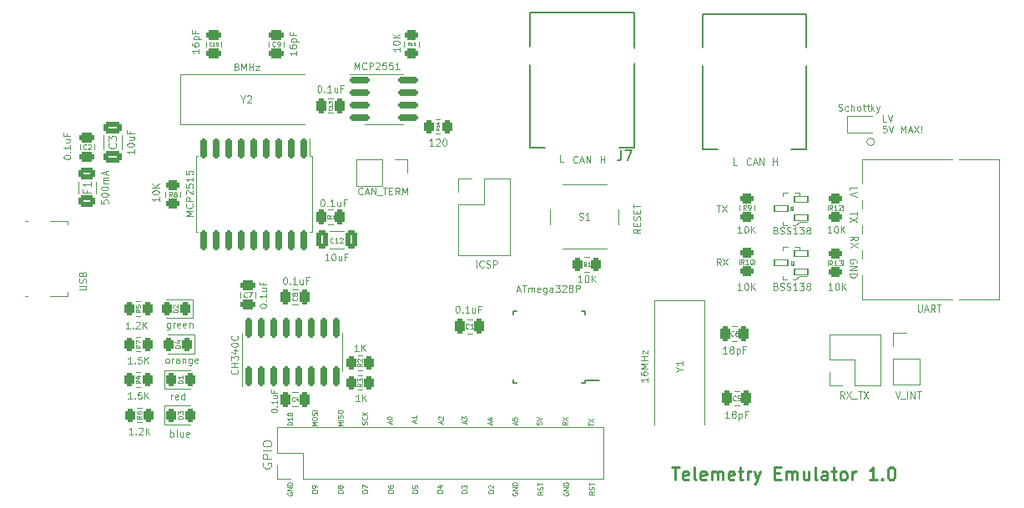
<source format=gto>
G04 #@! TF.GenerationSoftware,KiCad,Pcbnew,(6.0.7-1)-1*
G04 #@! TF.CreationDate,2022-11-17T12:13:48-08:00*
G04 #@! TF.ProjectId,telemetry-emulator-pcb,74656c65-6d65-4747-9279-2d656d756c61,rev?*
G04 #@! TF.SameCoordinates,Original*
G04 #@! TF.FileFunction,Legend,Top*
G04 #@! TF.FilePolarity,Positive*
%FSLAX46Y46*%
G04 Gerber Fmt 4.6, Leading zero omitted, Abs format (unit mm)*
G04 Created by KiCad (PCBNEW (6.0.7-1)-1) date 2022-11-17 12:13:48*
%MOMM*%
%LPD*%
G01*
G04 APERTURE LIST*
G04 Aperture macros list*
%AMRoundRect*
0 Rectangle with rounded corners*
0 $1 Rounding radius*
0 $2 $3 $4 $5 $6 $7 $8 $9 X,Y pos of 4 corners*
0 Add a 4 corners polygon primitive as box body*
4,1,4,$2,$3,$4,$5,$6,$7,$8,$9,$2,$3,0*
0 Add four circle primitives for the rounded corners*
1,1,$1+$1,$2,$3*
1,1,$1+$1,$4,$5*
1,1,$1+$1,$6,$7*
1,1,$1+$1,$8,$9*
0 Add four rect primitives between the rounded corners*
20,1,$1+$1,$2,$3,$4,$5,0*
20,1,$1+$1,$4,$5,$6,$7,0*
20,1,$1+$1,$6,$7,$8,$9,0*
20,1,$1+$1,$8,$9,$2,$3,0*%
G04 Aperture macros list end*
%ADD10C,0.250000*%
%ADD11C,0.100000*%
%ADD12C,0.080000*%
%ADD13C,0.120000*%
%ADD14C,0.050000*%
%ADD15C,0.150000*%
%ADD16C,0.075000*%
%ADD17RoundRect,0.250000X-0.250000X-0.475000X0.250000X-0.475000X0.250000X0.475000X-0.250000X0.475000X0*%
%ADD18RoundRect,0.250000X-0.262500X-0.450000X0.262500X-0.450000X0.262500X0.450000X-0.262500X0.450000X0*%
%ADD19C,3.200000*%
%ADD20RoundRect,0.250000X0.650000X-0.325000X0.650000X0.325000X-0.650000X0.325000X-0.650000X-0.325000X0*%
%ADD21RoundRect,0.150000X0.150000X-0.825000X0.150000X0.825000X-0.150000X0.825000X-0.150000X-0.825000X0*%
%ADD22RoundRect,0.250000X0.625000X-0.375000X0.625000X0.375000X-0.625000X0.375000X-0.625000X-0.375000X0*%
%ADD23RoundRect,0.070000X0.650000X0.300000X-0.650000X0.300000X-0.650000X-0.300000X0.650000X-0.300000X0*%
%ADD24RoundRect,0.250000X0.475000X-0.250000X0.475000X0.250000X-0.475000X0.250000X-0.475000X-0.250000X0*%
%ADD25RoundRect,0.250000X-0.450000X0.262500X-0.450000X-0.262500X0.450000X-0.262500X0.450000X0.262500X0*%
%ADD26RoundRect,0.243750X-0.243750X-0.456250X0.243750X-0.456250X0.243750X0.456250X-0.243750X0.456250X0*%
%ADD27C,2.000000*%
%ADD28R,4.500000X2.000000*%
%ADD29R,1.700000X1.700000*%
%ADD30O,1.700000X1.700000*%
%ADD31RoundRect,0.250000X0.250000X0.475000X-0.250000X0.475000X-0.250000X-0.475000X0.250000X-0.475000X0*%
%ADD32RoundRect,0.250000X0.262500X0.450000X-0.262500X0.450000X-0.262500X-0.450000X0.262500X-0.450000X0*%
%ADD33RoundRect,0.150000X-0.825000X-0.150000X0.825000X-0.150000X0.825000X0.150000X-0.825000X0.150000X0*%
%ADD34RoundRect,0.250000X-0.475000X0.250000X-0.475000X-0.250000X0.475000X-0.250000X0.475000X0.250000X0*%
%ADD35C,3.400000*%
%ADD36R,1.690000X1.690000*%
%ADD37C,1.690000*%
%ADD38RoundRect,0.150000X-0.150000X0.875000X-0.150000X-0.875000X0.150000X-0.875000X0.150000X0.875000X0*%
%ADD39C,3.454400*%
%ADD40C,1.676400*%
%ADD41RoundRect,0.250000X0.450000X-0.262500X0.450000X0.262500X-0.450000X0.262500X-0.450000X-0.262500X0*%
%ADD42R,1.600000X0.550000*%
%ADD43R,0.550000X1.600000*%
%ADD44R,1.380000X0.450000*%
%ADD45R,1.300000X1.650000*%
%ADD46R,1.900000X1.000000*%
%ADD47R,1.900000X1.800000*%
%ADD48R,1.550000X1.425000*%
%ADD49RoundRect,0.243750X0.243750X0.456250X-0.243750X0.456250X-0.243750X-0.456250X0.243750X-0.456250X0*%
%ADD50R,0.600000X0.450000*%
%ADD51RoundRect,0.250000X-0.325000X-0.650000X0.325000X-0.650000X0.325000X0.650000X-0.325000X0.650000X0*%
%ADD52R,2.000000X4.500000*%
G04 APERTURE END LIST*
D10*
X151109523Y-106188095D02*
X151852380Y-106188095D01*
X151480952Y-107488095D02*
X151480952Y-106188095D01*
X152780952Y-107426190D02*
X152657142Y-107488095D01*
X152409523Y-107488095D01*
X152285714Y-107426190D01*
X152223809Y-107302380D01*
X152223809Y-106807142D01*
X152285714Y-106683333D01*
X152409523Y-106621428D01*
X152657142Y-106621428D01*
X152780952Y-106683333D01*
X152842857Y-106807142D01*
X152842857Y-106930952D01*
X152223809Y-107054761D01*
X153585714Y-107488095D02*
X153461904Y-107426190D01*
X153400000Y-107302380D01*
X153400000Y-106188095D01*
X154576190Y-107426190D02*
X154452380Y-107488095D01*
X154204761Y-107488095D01*
X154080952Y-107426190D01*
X154019047Y-107302380D01*
X154019047Y-106807142D01*
X154080952Y-106683333D01*
X154204761Y-106621428D01*
X154452380Y-106621428D01*
X154576190Y-106683333D01*
X154638095Y-106807142D01*
X154638095Y-106930952D01*
X154019047Y-107054761D01*
X155195238Y-107488095D02*
X155195238Y-106621428D01*
X155195238Y-106745238D02*
X155257142Y-106683333D01*
X155380952Y-106621428D01*
X155566666Y-106621428D01*
X155690476Y-106683333D01*
X155752380Y-106807142D01*
X155752380Y-107488095D01*
X155752380Y-106807142D02*
X155814285Y-106683333D01*
X155938095Y-106621428D01*
X156123809Y-106621428D01*
X156247619Y-106683333D01*
X156309523Y-106807142D01*
X156309523Y-107488095D01*
X157423809Y-107426190D02*
X157300000Y-107488095D01*
X157052380Y-107488095D01*
X156928571Y-107426190D01*
X156866666Y-107302380D01*
X156866666Y-106807142D01*
X156928571Y-106683333D01*
X157052380Y-106621428D01*
X157300000Y-106621428D01*
X157423809Y-106683333D01*
X157485714Y-106807142D01*
X157485714Y-106930952D01*
X156866666Y-107054761D01*
X157857142Y-106621428D02*
X158352380Y-106621428D01*
X158042857Y-106188095D02*
X158042857Y-107302380D01*
X158104761Y-107426190D01*
X158228571Y-107488095D01*
X158352380Y-107488095D01*
X158785714Y-107488095D02*
X158785714Y-106621428D01*
X158785714Y-106869047D02*
X158847619Y-106745238D01*
X158909523Y-106683333D01*
X159033333Y-106621428D01*
X159157142Y-106621428D01*
X159466666Y-106621428D02*
X159776190Y-107488095D01*
X160085714Y-106621428D02*
X159776190Y-107488095D01*
X159652380Y-107797619D01*
X159590476Y-107859523D01*
X159466666Y-107921428D01*
X161571428Y-106807142D02*
X162004761Y-106807142D01*
X162190476Y-107488095D02*
X161571428Y-107488095D01*
X161571428Y-106188095D01*
X162190476Y-106188095D01*
X162747619Y-107488095D02*
X162747619Y-106621428D01*
X162747619Y-106745238D02*
X162809523Y-106683333D01*
X162933333Y-106621428D01*
X163119047Y-106621428D01*
X163242857Y-106683333D01*
X163304761Y-106807142D01*
X163304761Y-107488095D01*
X163304761Y-106807142D02*
X163366666Y-106683333D01*
X163490476Y-106621428D01*
X163676190Y-106621428D01*
X163800000Y-106683333D01*
X163861904Y-106807142D01*
X163861904Y-107488095D01*
X165038095Y-106621428D02*
X165038095Y-107488095D01*
X164480952Y-106621428D02*
X164480952Y-107302380D01*
X164542857Y-107426190D01*
X164666666Y-107488095D01*
X164852380Y-107488095D01*
X164976190Y-107426190D01*
X165038095Y-107364285D01*
X165842857Y-107488095D02*
X165719047Y-107426190D01*
X165657142Y-107302380D01*
X165657142Y-106188095D01*
X166895238Y-107488095D02*
X166895238Y-106807142D01*
X166833333Y-106683333D01*
X166709523Y-106621428D01*
X166461904Y-106621428D01*
X166338095Y-106683333D01*
X166895238Y-107426190D02*
X166771428Y-107488095D01*
X166461904Y-107488095D01*
X166338095Y-107426190D01*
X166276190Y-107302380D01*
X166276190Y-107178571D01*
X166338095Y-107054761D01*
X166461904Y-106992857D01*
X166771428Y-106992857D01*
X166895238Y-106930952D01*
X167328571Y-106621428D02*
X167823809Y-106621428D01*
X167514285Y-106188095D02*
X167514285Y-107302380D01*
X167576190Y-107426190D01*
X167700000Y-107488095D01*
X167823809Y-107488095D01*
X168442857Y-107488095D02*
X168319047Y-107426190D01*
X168257142Y-107364285D01*
X168195238Y-107240476D01*
X168195238Y-106869047D01*
X168257142Y-106745238D01*
X168319047Y-106683333D01*
X168442857Y-106621428D01*
X168628571Y-106621428D01*
X168752380Y-106683333D01*
X168814285Y-106745238D01*
X168876190Y-106869047D01*
X168876190Y-107240476D01*
X168814285Y-107364285D01*
X168752380Y-107426190D01*
X168628571Y-107488095D01*
X168442857Y-107488095D01*
X169433333Y-107488095D02*
X169433333Y-106621428D01*
X169433333Y-106869047D02*
X169495238Y-106745238D01*
X169557142Y-106683333D01*
X169680952Y-106621428D01*
X169804761Y-106621428D01*
X171909523Y-107488095D02*
X171166666Y-107488095D01*
X171538095Y-107488095D02*
X171538095Y-106188095D01*
X171414285Y-106373809D01*
X171290476Y-106497619D01*
X171166666Y-106559523D01*
X172466666Y-107364285D02*
X172528571Y-107426190D01*
X172466666Y-107488095D01*
X172404761Y-107426190D01*
X172466666Y-107364285D01*
X172466666Y-107488095D01*
X173333333Y-106188095D02*
X173457142Y-106188095D01*
X173580952Y-106250000D01*
X173642857Y-106311904D01*
X173704761Y-106435714D01*
X173766666Y-106683333D01*
X173766666Y-106992857D01*
X173704761Y-107240476D01*
X173642857Y-107364285D01*
X173580952Y-107426190D01*
X173457142Y-107488095D01*
X173333333Y-107488095D01*
X173209523Y-107426190D01*
X173147619Y-107364285D01*
X173085714Y-107240476D01*
X173023809Y-106992857D01*
X173023809Y-106683333D01*
X173085714Y-106435714D01*
X173147619Y-106311904D01*
X173209523Y-106250000D01*
X173333333Y-106188095D01*
D11*
X169283333Y-83183333D02*
X169616666Y-82950000D01*
X169283333Y-82783333D02*
X169983333Y-82783333D01*
X169983333Y-83050000D01*
X169950000Y-83116666D01*
X169916666Y-83150000D01*
X169850000Y-83183333D01*
X169750000Y-83183333D01*
X169683333Y-83150000D01*
X169650000Y-83116666D01*
X169616666Y-83050000D01*
X169616666Y-82783333D01*
X169983333Y-83416666D02*
X169283333Y-83883333D01*
X169983333Y-83883333D02*
X169283333Y-83416666D01*
X169850000Y-85466666D02*
X169883333Y-85400000D01*
X169883333Y-85300000D01*
X169850000Y-85200000D01*
X169783333Y-85133333D01*
X169716666Y-85100000D01*
X169583333Y-85066666D01*
X169483333Y-85066666D01*
X169350000Y-85100000D01*
X169283333Y-85133333D01*
X169216666Y-85200000D01*
X169183333Y-85300000D01*
X169183333Y-85366666D01*
X169216666Y-85466666D01*
X169250000Y-85500000D01*
X169483333Y-85500000D01*
X169483333Y-85366666D01*
X169183333Y-85800000D02*
X169883333Y-85800000D01*
X169183333Y-86200000D01*
X169883333Y-86200000D01*
X169183333Y-86533333D02*
X169883333Y-86533333D01*
X169883333Y-86700000D01*
X169850000Y-86800000D01*
X169783333Y-86866666D01*
X169716666Y-86900000D01*
X169583333Y-86933333D01*
X169483333Y-86933333D01*
X169350000Y-86900000D01*
X169283333Y-86866666D01*
X169216666Y-86800000D01*
X169183333Y-86700000D01*
X169183333Y-86533333D01*
X169183333Y-78116666D02*
X169183333Y-77783333D01*
X169883333Y-77783333D01*
X169883333Y-78250000D02*
X169183333Y-78483333D01*
X169883333Y-78716666D01*
X169883333Y-80266666D02*
X169883333Y-80666666D01*
X169183333Y-80466666D02*
X169883333Y-80466666D01*
X169883333Y-80833333D02*
X169183333Y-81300000D01*
X169883333Y-81300000D02*
X169183333Y-80833333D01*
X156730000Y-94638666D02*
X156330000Y-94638666D01*
X156530000Y-94638666D02*
X156530000Y-93938666D01*
X156463333Y-94038666D01*
X156396666Y-94105333D01*
X156330000Y-94138666D01*
X157130000Y-94238666D02*
X157063333Y-94205333D01*
X157030000Y-94172000D01*
X156996666Y-94105333D01*
X156996666Y-94072000D01*
X157030000Y-94005333D01*
X157063333Y-93972000D01*
X157130000Y-93938666D01*
X157263333Y-93938666D01*
X157330000Y-93972000D01*
X157363333Y-94005333D01*
X157396666Y-94072000D01*
X157396666Y-94105333D01*
X157363333Y-94172000D01*
X157330000Y-94205333D01*
X157263333Y-94238666D01*
X157130000Y-94238666D01*
X157063333Y-94272000D01*
X157030000Y-94305333D01*
X156996666Y-94372000D01*
X156996666Y-94505333D01*
X157030000Y-94572000D01*
X157063333Y-94605333D01*
X157130000Y-94638666D01*
X157263333Y-94638666D01*
X157330000Y-94605333D01*
X157363333Y-94572000D01*
X157396666Y-94505333D01*
X157396666Y-94372000D01*
X157363333Y-94305333D01*
X157330000Y-94272000D01*
X157263333Y-94238666D01*
X157696666Y-94172000D02*
X157696666Y-94872000D01*
X157696666Y-94205333D02*
X157763333Y-94172000D01*
X157896666Y-94172000D01*
X157963333Y-94205333D01*
X157996666Y-94238666D01*
X158030000Y-94305333D01*
X158030000Y-94505333D01*
X157996666Y-94572000D01*
X157963333Y-94605333D01*
X157896666Y-94638666D01*
X157763333Y-94638666D01*
X157696666Y-94605333D01*
X158563333Y-94272000D02*
X158330000Y-94272000D01*
X158330000Y-94638666D02*
X158330000Y-93938666D01*
X158663333Y-93938666D01*
D12*
X157396666Y-92820571D02*
X157372857Y-92844380D01*
X157301428Y-92868190D01*
X157253809Y-92868190D01*
X157182380Y-92844380D01*
X157134761Y-92796761D01*
X157110952Y-92749142D01*
X157087142Y-92653904D01*
X157087142Y-92582476D01*
X157110952Y-92487238D01*
X157134761Y-92439619D01*
X157182380Y-92392000D01*
X157253809Y-92368190D01*
X157301428Y-92368190D01*
X157372857Y-92392000D01*
X157396666Y-92415809D01*
X157825238Y-92368190D02*
X157730000Y-92368190D01*
X157682380Y-92392000D01*
X157658571Y-92415809D01*
X157610952Y-92487238D01*
X157587142Y-92582476D01*
X157587142Y-92772952D01*
X157610952Y-92820571D01*
X157634761Y-92844380D01*
X157682380Y-92868190D01*
X157777619Y-92868190D01*
X157825238Y-92844380D01*
X157849047Y-92820571D01*
X157872857Y-92772952D01*
X157872857Y-92653904D01*
X157849047Y-92606285D01*
X157825238Y-92582476D01*
X157777619Y-92558666D01*
X157682380Y-92558666D01*
X157634761Y-92582476D01*
X157610952Y-92606285D01*
X157587142Y-92653904D01*
D11*
X96350000Y-99266666D02*
X95950000Y-99266666D01*
X96150000Y-99266666D02*
X96150000Y-98566666D01*
X96083333Y-98666666D01*
X96016666Y-98733333D01*
X95950000Y-98766666D01*
X96650000Y-99200000D02*
X96683333Y-99233333D01*
X96650000Y-99266666D01*
X96616666Y-99233333D01*
X96650000Y-99200000D01*
X96650000Y-99266666D01*
X97316666Y-98566666D02*
X96983333Y-98566666D01*
X96950000Y-98900000D01*
X96983333Y-98866666D01*
X97050000Y-98833333D01*
X97216666Y-98833333D01*
X97283333Y-98866666D01*
X97316666Y-98900000D01*
X97350000Y-98966666D01*
X97350000Y-99133333D01*
X97316666Y-99200000D01*
X97283333Y-99233333D01*
X97216666Y-99266666D01*
X97050000Y-99266666D01*
X96983333Y-99233333D01*
X96950000Y-99200000D01*
X97650000Y-99266666D02*
X97650000Y-98566666D01*
X98050000Y-99266666D02*
X97750000Y-98866666D01*
X98050000Y-98566666D02*
X97650000Y-98966666D01*
D12*
X97226190Y-97383333D02*
X96988095Y-97550000D01*
X97226190Y-97669047D02*
X96726190Y-97669047D01*
X96726190Y-97478571D01*
X96750000Y-97430952D01*
X96773809Y-97407142D01*
X96821428Y-97383333D01*
X96892857Y-97383333D01*
X96940476Y-97407142D01*
X96964285Y-97430952D01*
X96988095Y-97478571D01*
X96988095Y-97669047D01*
X96892857Y-96954761D02*
X97226190Y-96954761D01*
X96702380Y-97073809D02*
X97059523Y-97192857D01*
X97059523Y-96883333D01*
D11*
X96150000Y-92116666D02*
X95750000Y-92116666D01*
X95950000Y-92116666D02*
X95950000Y-91416666D01*
X95883333Y-91516666D01*
X95816666Y-91583333D01*
X95750000Y-91616666D01*
X96450000Y-92050000D02*
X96483333Y-92083333D01*
X96450000Y-92116666D01*
X96416666Y-92083333D01*
X96450000Y-92050000D01*
X96450000Y-92116666D01*
X96750000Y-91483333D02*
X96783333Y-91450000D01*
X96850000Y-91416666D01*
X97016666Y-91416666D01*
X97083333Y-91450000D01*
X97116666Y-91483333D01*
X97150000Y-91550000D01*
X97150000Y-91616666D01*
X97116666Y-91716666D01*
X96716666Y-92116666D01*
X97150000Y-92116666D01*
X97450000Y-92116666D02*
X97450000Y-91416666D01*
X97850000Y-92116666D02*
X97550000Y-91716666D01*
X97850000Y-91416666D02*
X97450000Y-91816666D01*
D12*
X97226190Y-90189333D02*
X96988095Y-90356000D01*
X97226190Y-90475047D02*
X96726190Y-90475047D01*
X96726190Y-90284571D01*
X96750000Y-90236952D01*
X96773809Y-90213142D01*
X96821428Y-90189333D01*
X96892857Y-90189333D01*
X96940476Y-90213142D01*
X96964285Y-90236952D01*
X96988095Y-90284571D01*
X96988095Y-90475047D01*
X96726190Y-89736952D02*
X96726190Y-89975047D01*
X96964285Y-89998857D01*
X96940476Y-89975047D01*
X96916666Y-89927428D01*
X96916666Y-89808380D01*
X96940476Y-89760761D01*
X96964285Y-89736952D01*
X97011904Y-89713142D01*
X97130952Y-89713142D01*
X97178571Y-89736952D01*
X97202380Y-89760761D01*
X97226190Y-89808380D01*
X97226190Y-89927428D01*
X97202380Y-89975047D01*
X97178571Y-89998857D01*
D11*
X96566666Y-73950000D02*
X96566666Y-74350000D01*
X96566666Y-74150000D02*
X95866666Y-74150000D01*
X95966666Y-74216666D01*
X96033333Y-74283333D01*
X96066666Y-74350000D01*
X95866666Y-73516666D02*
X95866666Y-73450000D01*
X95900000Y-73383333D01*
X95933333Y-73350000D01*
X96000000Y-73316666D01*
X96133333Y-73283333D01*
X96300000Y-73283333D01*
X96433333Y-73316666D01*
X96500000Y-73350000D01*
X96533333Y-73383333D01*
X96566666Y-73450000D01*
X96566666Y-73516666D01*
X96533333Y-73583333D01*
X96500000Y-73616666D01*
X96433333Y-73650000D01*
X96300000Y-73683333D01*
X96133333Y-73683333D01*
X96000000Y-73650000D01*
X95933333Y-73616666D01*
X95900000Y-73583333D01*
X95866666Y-73516666D01*
X96100000Y-72683333D02*
X96566666Y-72683333D01*
X96100000Y-72983333D02*
X96466666Y-72983333D01*
X96533333Y-72950000D01*
X96566666Y-72883333D01*
X96566666Y-72783333D01*
X96533333Y-72716666D01*
X96500000Y-72683333D01*
X96200000Y-72116666D02*
X96200000Y-72350000D01*
X96566666Y-72350000D02*
X95866666Y-72350000D01*
X95866666Y-72016666D01*
D13*
X94685714Y-73333333D02*
X94723809Y-73371428D01*
X94761904Y-73485714D01*
X94761904Y-73561904D01*
X94723809Y-73676190D01*
X94647619Y-73752380D01*
X94571428Y-73790476D01*
X94419047Y-73828571D01*
X94304761Y-73828571D01*
X94152380Y-73790476D01*
X94076190Y-73752380D01*
X94000000Y-73676190D01*
X93961904Y-73561904D01*
X93961904Y-73485714D01*
X94000000Y-73371428D01*
X94038095Y-73333333D01*
X93961904Y-73066666D02*
X93961904Y-72571428D01*
X94266666Y-72838095D01*
X94266666Y-72723809D01*
X94304761Y-72647619D01*
X94342857Y-72609523D01*
X94419047Y-72571428D01*
X94609523Y-72571428D01*
X94685714Y-72609523D01*
X94723809Y-72647619D01*
X94761904Y-72723809D01*
X94761904Y-72952380D01*
X94723809Y-73028571D01*
X94685714Y-73066666D01*
D11*
X107050000Y-96300000D02*
X107083333Y-96333333D01*
X107116666Y-96433333D01*
X107116666Y-96500000D01*
X107083333Y-96600000D01*
X107016666Y-96666666D01*
X106950000Y-96700000D01*
X106816666Y-96733333D01*
X106716666Y-96733333D01*
X106583333Y-96700000D01*
X106516666Y-96666666D01*
X106450000Y-96600000D01*
X106416666Y-96500000D01*
X106416666Y-96433333D01*
X106450000Y-96333333D01*
X106483333Y-96300000D01*
X107116666Y-96000000D02*
X106416666Y-96000000D01*
X106750000Y-96000000D02*
X106750000Y-95600000D01*
X107116666Y-95600000D02*
X106416666Y-95600000D01*
X106416666Y-95333333D02*
X106416666Y-94900000D01*
X106683333Y-95133333D01*
X106683333Y-95033333D01*
X106716666Y-94966666D01*
X106750000Y-94933333D01*
X106816666Y-94900000D01*
X106983333Y-94900000D01*
X107050000Y-94933333D01*
X107083333Y-94966666D01*
X107116666Y-95033333D01*
X107116666Y-95233333D01*
X107083333Y-95300000D01*
X107050000Y-95333333D01*
X106650000Y-94300000D02*
X107116666Y-94300000D01*
X106383333Y-94466666D02*
X106883333Y-94633333D01*
X106883333Y-94200000D01*
X106416666Y-93800000D02*
X106416666Y-93733333D01*
X106450000Y-93666666D01*
X106483333Y-93633333D01*
X106550000Y-93600000D01*
X106683333Y-93566666D01*
X106850000Y-93566666D01*
X106983333Y-93600000D01*
X107050000Y-93633333D01*
X107083333Y-93666666D01*
X107116666Y-93733333D01*
X107116666Y-93800000D01*
X107083333Y-93866666D01*
X107050000Y-93900000D01*
X106983333Y-93933333D01*
X106850000Y-93966666D01*
X106683333Y-93966666D01*
X106550000Y-93933333D01*
X106483333Y-93900000D01*
X106450000Y-93866666D01*
X106416666Y-93800000D01*
X107050000Y-92866666D02*
X107083333Y-92900000D01*
X107116666Y-93000000D01*
X107116666Y-93066666D01*
X107083333Y-93166666D01*
X107016666Y-93233333D01*
X106950000Y-93266666D01*
X106816666Y-93300000D01*
X106716666Y-93300000D01*
X106583333Y-93266666D01*
X106516666Y-93233333D01*
X106450000Y-93166666D01*
X106416666Y-93066666D01*
X106416666Y-93000000D01*
X106450000Y-92900000D01*
X106483333Y-92866666D01*
X156950000Y-101196666D02*
X156550000Y-101196666D01*
X156750000Y-101196666D02*
X156750000Y-100496666D01*
X156683333Y-100596666D01*
X156616666Y-100663333D01*
X156550000Y-100696666D01*
X157350000Y-100796666D02*
X157283333Y-100763333D01*
X157250000Y-100730000D01*
X157216666Y-100663333D01*
X157216666Y-100630000D01*
X157250000Y-100563333D01*
X157283333Y-100530000D01*
X157350000Y-100496666D01*
X157483333Y-100496666D01*
X157550000Y-100530000D01*
X157583333Y-100563333D01*
X157616666Y-100630000D01*
X157616666Y-100663333D01*
X157583333Y-100730000D01*
X157550000Y-100763333D01*
X157483333Y-100796666D01*
X157350000Y-100796666D01*
X157283333Y-100830000D01*
X157250000Y-100863333D01*
X157216666Y-100930000D01*
X157216666Y-101063333D01*
X157250000Y-101130000D01*
X157283333Y-101163333D01*
X157350000Y-101196666D01*
X157483333Y-101196666D01*
X157550000Y-101163333D01*
X157583333Y-101130000D01*
X157616666Y-101063333D01*
X157616666Y-100930000D01*
X157583333Y-100863333D01*
X157550000Y-100830000D01*
X157483333Y-100796666D01*
X157916666Y-100730000D02*
X157916666Y-101430000D01*
X157916666Y-100763333D02*
X157983333Y-100730000D01*
X158116666Y-100730000D01*
X158183333Y-100763333D01*
X158216666Y-100796666D01*
X158250000Y-100863333D01*
X158250000Y-101063333D01*
X158216666Y-101130000D01*
X158183333Y-101163333D01*
X158116666Y-101196666D01*
X157983333Y-101196666D01*
X157916666Y-101163333D01*
X158783333Y-100830000D02*
X158550000Y-100830000D01*
X158550000Y-101196666D02*
X158550000Y-100496666D01*
X158883333Y-100496666D01*
D12*
X157616666Y-99378571D02*
X157592857Y-99402380D01*
X157521428Y-99426190D01*
X157473809Y-99426190D01*
X157402380Y-99402380D01*
X157354761Y-99354761D01*
X157330952Y-99307142D01*
X157307142Y-99211904D01*
X157307142Y-99140476D01*
X157330952Y-99045238D01*
X157354761Y-98997619D01*
X157402380Y-98950000D01*
X157473809Y-98926190D01*
X157521428Y-98926190D01*
X157592857Y-98950000D01*
X157616666Y-98973809D01*
X158069047Y-98926190D02*
X157830952Y-98926190D01*
X157807142Y-99164285D01*
X157830952Y-99140476D01*
X157878571Y-99116666D01*
X157997619Y-99116666D01*
X158045238Y-99140476D01*
X158069047Y-99164285D01*
X158092857Y-99211904D01*
X158092857Y-99330952D01*
X158069047Y-99378571D01*
X158045238Y-99402380D01*
X157997619Y-99426190D01*
X157878571Y-99426190D01*
X157830952Y-99402380D01*
X157807142Y-99378571D01*
D11*
X93236666Y-79066666D02*
X93236666Y-79400000D01*
X93570000Y-79433333D01*
X93536666Y-79400000D01*
X93503333Y-79333333D01*
X93503333Y-79166666D01*
X93536666Y-79100000D01*
X93570000Y-79066666D01*
X93636666Y-79033333D01*
X93803333Y-79033333D01*
X93870000Y-79066666D01*
X93903333Y-79100000D01*
X93936666Y-79166666D01*
X93936666Y-79333333D01*
X93903333Y-79400000D01*
X93870000Y-79433333D01*
X93236666Y-78600000D02*
X93236666Y-78533333D01*
X93270000Y-78466666D01*
X93303333Y-78433333D01*
X93370000Y-78400000D01*
X93503333Y-78366666D01*
X93670000Y-78366666D01*
X93803333Y-78400000D01*
X93870000Y-78433333D01*
X93903333Y-78466666D01*
X93936666Y-78533333D01*
X93936666Y-78600000D01*
X93903333Y-78666666D01*
X93870000Y-78700000D01*
X93803333Y-78733333D01*
X93670000Y-78766666D01*
X93503333Y-78766666D01*
X93370000Y-78733333D01*
X93303333Y-78700000D01*
X93270000Y-78666666D01*
X93236666Y-78600000D01*
X93236666Y-77933333D02*
X93236666Y-77866666D01*
X93270000Y-77800000D01*
X93303333Y-77766666D01*
X93370000Y-77733333D01*
X93503333Y-77700000D01*
X93670000Y-77700000D01*
X93803333Y-77733333D01*
X93870000Y-77766666D01*
X93903333Y-77800000D01*
X93936666Y-77866666D01*
X93936666Y-77933333D01*
X93903333Y-78000000D01*
X93870000Y-78033333D01*
X93803333Y-78066666D01*
X93670000Y-78100000D01*
X93503333Y-78100000D01*
X93370000Y-78066666D01*
X93303333Y-78033333D01*
X93270000Y-78000000D01*
X93236666Y-77933333D01*
X93936666Y-77400000D02*
X93470000Y-77400000D01*
X93536666Y-77400000D02*
X93503333Y-77366666D01*
X93470000Y-77300000D01*
X93470000Y-77200000D01*
X93503333Y-77133333D01*
X93570000Y-77100000D01*
X93936666Y-77100000D01*
X93570000Y-77100000D02*
X93503333Y-77066666D01*
X93470000Y-77000000D01*
X93470000Y-76900000D01*
X93503333Y-76833333D01*
X93570000Y-76800000D01*
X93936666Y-76800000D01*
X93736666Y-76500000D02*
X93736666Y-76166666D01*
X93936666Y-76566666D02*
X93236666Y-76333333D01*
X93936666Y-76100000D01*
D13*
X91742857Y-78066666D02*
X91742857Y-78333333D01*
X92161904Y-78333333D02*
X91361904Y-78333333D01*
X91361904Y-77952380D01*
X92161904Y-77228571D02*
X92161904Y-77685714D01*
X92161904Y-77457142D02*
X91361904Y-77457142D01*
X91476190Y-77533333D01*
X91552380Y-77609523D01*
X91590476Y-77685714D01*
D11*
X161683333Y-82150000D02*
X161783333Y-82183333D01*
X161816666Y-82216666D01*
X161850000Y-82283333D01*
X161850000Y-82383333D01*
X161816666Y-82450000D01*
X161783333Y-82483333D01*
X161716666Y-82516666D01*
X161450000Y-82516666D01*
X161450000Y-81816666D01*
X161683333Y-81816666D01*
X161750000Y-81850000D01*
X161783333Y-81883333D01*
X161816666Y-81950000D01*
X161816666Y-82016666D01*
X161783333Y-82083333D01*
X161750000Y-82116666D01*
X161683333Y-82150000D01*
X161450000Y-82150000D01*
X162116666Y-82483333D02*
X162216666Y-82516666D01*
X162383333Y-82516666D01*
X162450000Y-82483333D01*
X162483333Y-82450000D01*
X162516666Y-82383333D01*
X162516666Y-82316666D01*
X162483333Y-82250000D01*
X162450000Y-82216666D01*
X162383333Y-82183333D01*
X162250000Y-82150000D01*
X162183333Y-82116666D01*
X162150000Y-82083333D01*
X162116666Y-82016666D01*
X162116666Y-81950000D01*
X162150000Y-81883333D01*
X162183333Y-81850000D01*
X162250000Y-81816666D01*
X162416666Y-81816666D01*
X162516666Y-81850000D01*
X162783333Y-82483333D02*
X162883333Y-82516666D01*
X163050000Y-82516666D01*
X163116666Y-82483333D01*
X163150000Y-82450000D01*
X163183333Y-82383333D01*
X163183333Y-82316666D01*
X163150000Y-82250000D01*
X163116666Y-82216666D01*
X163050000Y-82183333D01*
X162916666Y-82150000D01*
X162850000Y-82116666D01*
X162816666Y-82083333D01*
X162783333Y-82016666D01*
X162783333Y-81950000D01*
X162816666Y-81883333D01*
X162850000Y-81850000D01*
X162916666Y-81816666D01*
X163083333Y-81816666D01*
X163183333Y-81850000D01*
X163850000Y-82516666D02*
X163450000Y-82516666D01*
X163650000Y-82516666D02*
X163650000Y-81816666D01*
X163583333Y-81916666D01*
X163516666Y-81983333D01*
X163450000Y-82016666D01*
X164083333Y-81816666D02*
X164516666Y-81816666D01*
X164283333Y-82083333D01*
X164383333Y-82083333D01*
X164450000Y-82116666D01*
X164483333Y-82150000D01*
X164516666Y-82216666D01*
X164516666Y-82383333D01*
X164483333Y-82450000D01*
X164450000Y-82483333D01*
X164383333Y-82516666D01*
X164183333Y-82516666D01*
X164116666Y-82483333D01*
X164083333Y-82450000D01*
X164916666Y-82116666D02*
X164850000Y-82083333D01*
X164816666Y-82050000D01*
X164783333Y-81983333D01*
X164783333Y-81950000D01*
X164816666Y-81883333D01*
X164850000Y-81850000D01*
X164916666Y-81816666D01*
X165050000Y-81816666D01*
X165116666Y-81850000D01*
X165150000Y-81883333D01*
X165183333Y-81950000D01*
X165183333Y-81983333D01*
X165150000Y-82050000D01*
X165116666Y-82083333D01*
X165050000Y-82116666D01*
X164916666Y-82116666D01*
X164850000Y-82150000D01*
X164816666Y-82183333D01*
X164783333Y-82250000D01*
X164783333Y-82383333D01*
X164816666Y-82450000D01*
X164850000Y-82483333D01*
X164916666Y-82516666D01*
X165050000Y-82516666D01*
X165116666Y-82483333D01*
X165150000Y-82450000D01*
X165183333Y-82383333D01*
X165183333Y-82250000D01*
X165150000Y-82183333D01*
X165116666Y-82150000D01*
X165050000Y-82116666D01*
D14*
X163436904Y-79923809D02*
X163425000Y-79947619D01*
X163401190Y-79971428D01*
X163365476Y-80007142D01*
X163353571Y-80030952D01*
X163353571Y-80054761D01*
X163413095Y-80042857D02*
X163401190Y-80066666D01*
X163377380Y-80090476D01*
X163329761Y-80102380D01*
X163246428Y-80102380D01*
X163198809Y-80090476D01*
X163175000Y-80066666D01*
X163163095Y-80042857D01*
X163163095Y-79995238D01*
X163175000Y-79971428D01*
X163198809Y-79947619D01*
X163246428Y-79935714D01*
X163329761Y-79935714D01*
X163377380Y-79947619D01*
X163401190Y-79971428D01*
X163413095Y-79995238D01*
X163413095Y-80042857D01*
X163413095Y-79697619D02*
X163413095Y-79840476D01*
X163413095Y-79769047D02*
X163163095Y-79769047D01*
X163198809Y-79792857D01*
X163222619Y-79816666D01*
X163234523Y-79840476D01*
D11*
X103116666Y-63750000D02*
X103116666Y-64150000D01*
X103116666Y-63950000D02*
X102416666Y-63950000D01*
X102516666Y-64016666D01*
X102583333Y-64083333D01*
X102616666Y-64150000D01*
X102416666Y-63150000D02*
X102416666Y-63283333D01*
X102450000Y-63350000D01*
X102483333Y-63383333D01*
X102583333Y-63450000D01*
X102716666Y-63483333D01*
X102983333Y-63483333D01*
X103050000Y-63450000D01*
X103083333Y-63416666D01*
X103116666Y-63350000D01*
X103116666Y-63216666D01*
X103083333Y-63150000D01*
X103050000Y-63116666D01*
X102983333Y-63083333D01*
X102816666Y-63083333D01*
X102750000Y-63116666D01*
X102716666Y-63150000D01*
X102683333Y-63216666D01*
X102683333Y-63350000D01*
X102716666Y-63416666D01*
X102750000Y-63450000D01*
X102816666Y-63483333D01*
X102650000Y-62783333D02*
X103350000Y-62783333D01*
X102683333Y-62783333D02*
X102650000Y-62716666D01*
X102650000Y-62583333D01*
X102683333Y-62516666D01*
X102716666Y-62483333D01*
X102783333Y-62450000D01*
X102983333Y-62450000D01*
X103050000Y-62483333D01*
X103083333Y-62516666D01*
X103116666Y-62583333D01*
X103116666Y-62716666D01*
X103083333Y-62783333D01*
X102750000Y-61916666D02*
X102750000Y-62150000D01*
X103116666Y-62150000D02*
X102416666Y-62150000D01*
X102416666Y-61816666D01*
D12*
X104423000Y-63371000D02*
X104406333Y-63387666D01*
X104356333Y-63404333D01*
X104323000Y-63404333D01*
X104273000Y-63387666D01*
X104239666Y-63354333D01*
X104223000Y-63321000D01*
X104206333Y-63254333D01*
X104206333Y-63204333D01*
X104223000Y-63137666D01*
X104239666Y-63104333D01*
X104273000Y-63071000D01*
X104323000Y-63054333D01*
X104356333Y-63054333D01*
X104406333Y-63071000D01*
X104423000Y-63087666D01*
X104756333Y-63404333D02*
X104556333Y-63404333D01*
X104656333Y-63404333D02*
X104656333Y-63054333D01*
X104623000Y-63104333D01*
X104589666Y-63137666D01*
X104556333Y-63154333D01*
X104973000Y-63054333D02*
X105006333Y-63054333D01*
X105039666Y-63071000D01*
X105056333Y-63087666D01*
X105073000Y-63121000D01*
X105089666Y-63187666D01*
X105089666Y-63271000D01*
X105073000Y-63337666D01*
X105056333Y-63371000D01*
X105039666Y-63387666D01*
X105006333Y-63404333D01*
X104973000Y-63404333D01*
X104939666Y-63387666D01*
X104923000Y-63371000D01*
X104906333Y-63337666D01*
X104889666Y-63271000D01*
X104889666Y-63187666D01*
X104906333Y-63121000D01*
X104923000Y-63087666D01*
X104939666Y-63071000D01*
X104973000Y-63054333D01*
D11*
X167416666Y-88216666D02*
X167016666Y-88216666D01*
X167216666Y-88216666D02*
X167216666Y-87516666D01*
X167150000Y-87616666D01*
X167083333Y-87683333D01*
X167016666Y-87716666D01*
X167850000Y-87516666D02*
X167916666Y-87516666D01*
X167983333Y-87550000D01*
X168016666Y-87583333D01*
X168050000Y-87650000D01*
X168083333Y-87783333D01*
X168083333Y-87950000D01*
X168050000Y-88083333D01*
X168016666Y-88150000D01*
X167983333Y-88183333D01*
X167916666Y-88216666D01*
X167850000Y-88216666D01*
X167783333Y-88183333D01*
X167750000Y-88150000D01*
X167716666Y-88083333D01*
X167683333Y-87950000D01*
X167683333Y-87783333D01*
X167716666Y-87650000D01*
X167750000Y-87583333D01*
X167783333Y-87550000D01*
X167850000Y-87516666D01*
X168383333Y-88216666D02*
X168383333Y-87516666D01*
X168783333Y-88216666D02*
X168483333Y-87816666D01*
X168783333Y-87516666D02*
X168383333Y-87916666D01*
D12*
X167411071Y-85726190D02*
X167244404Y-85488095D01*
X167125357Y-85726190D02*
X167125357Y-85226190D01*
X167315833Y-85226190D01*
X167363452Y-85250000D01*
X167387261Y-85273809D01*
X167411071Y-85321428D01*
X167411071Y-85392857D01*
X167387261Y-85440476D01*
X167363452Y-85464285D01*
X167315833Y-85488095D01*
X167125357Y-85488095D01*
X167887261Y-85726190D02*
X167601547Y-85726190D01*
X167744404Y-85726190D02*
X167744404Y-85226190D01*
X167696785Y-85297619D01*
X167649166Y-85345238D01*
X167601547Y-85369047D01*
X168053928Y-85226190D02*
X168363452Y-85226190D01*
X168196785Y-85416666D01*
X168268214Y-85416666D01*
X168315833Y-85440476D01*
X168339642Y-85464285D01*
X168363452Y-85511904D01*
X168363452Y-85630952D01*
X168339642Y-85678571D01*
X168315833Y-85702380D01*
X168268214Y-85726190D01*
X168125357Y-85726190D01*
X168077738Y-85702380D01*
X168053928Y-85678571D01*
D11*
X100250000Y-103116666D02*
X100250000Y-102416666D01*
X100250000Y-102683333D02*
X100316666Y-102650000D01*
X100450000Y-102650000D01*
X100516666Y-102683333D01*
X100550000Y-102716666D01*
X100583333Y-102783333D01*
X100583333Y-102983333D01*
X100550000Y-103050000D01*
X100516666Y-103083333D01*
X100450000Y-103116666D01*
X100316666Y-103116666D01*
X100250000Y-103083333D01*
X100983333Y-103116666D02*
X100916666Y-103083333D01*
X100883333Y-103016666D01*
X100883333Y-102416666D01*
X101550000Y-102650000D02*
X101550000Y-103116666D01*
X101250000Y-102650000D02*
X101250000Y-103016666D01*
X101283333Y-103083333D01*
X101350000Y-103116666D01*
X101450000Y-103116666D01*
X101516666Y-103083333D01*
X101550000Y-103050000D01*
X102150000Y-103083333D02*
X102083333Y-103116666D01*
X101950000Y-103116666D01*
X101883333Y-103083333D01*
X101850000Y-103016666D01*
X101850000Y-102750000D01*
X101883333Y-102683333D01*
X101950000Y-102650000D01*
X102083333Y-102650000D01*
X102150000Y-102683333D01*
X102183333Y-102750000D01*
X102183333Y-102816666D01*
X101850000Y-102883333D01*
D12*
X101526190Y-101269047D02*
X101026190Y-101269047D01*
X101026190Y-101150000D01*
X101050000Y-101078571D01*
X101097619Y-101030952D01*
X101145238Y-101007142D01*
X101240476Y-100983333D01*
X101311904Y-100983333D01*
X101407142Y-101007142D01*
X101454761Y-101030952D01*
X101502380Y-101078571D01*
X101526190Y-101150000D01*
X101526190Y-101269047D01*
X101026190Y-100816666D02*
X101026190Y-100507142D01*
X101216666Y-100673809D01*
X101216666Y-100602380D01*
X101240476Y-100554761D01*
X101264285Y-100530952D01*
X101311904Y-100507142D01*
X101430952Y-100507142D01*
X101478571Y-100530952D01*
X101502380Y-100554761D01*
X101526190Y-100602380D01*
X101526190Y-100745238D01*
X101502380Y-100792857D01*
X101478571Y-100816666D01*
D11*
X147916666Y-82016666D02*
X147583333Y-82250000D01*
X147916666Y-82416666D02*
X147216666Y-82416666D01*
X147216666Y-82150000D01*
X147250000Y-82083333D01*
X147283333Y-82050000D01*
X147350000Y-82016666D01*
X147450000Y-82016666D01*
X147516666Y-82050000D01*
X147550000Y-82083333D01*
X147583333Y-82150000D01*
X147583333Y-82416666D01*
X147550000Y-81716666D02*
X147550000Y-81483333D01*
X147916666Y-81383333D02*
X147916666Y-81716666D01*
X147216666Y-81716666D01*
X147216666Y-81383333D01*
X147883333Y-81116666D02*
X147916666Y-81016666D01*
X147916666Y-80850000D01*
X147883333Y-80783333D01*
X147850000Y-80750000D01*
X147783333Y-80716666D01*
X147716666Y-80716666D01*
X147650000Y-80750000D01*
X147616666Y-80783333D01*
X147583333Y-80850000D01*
X147550000Y-80983333D01*
X147516666Y-81050000D01*
X147483333Y-81083333D01*
X147416666Y-81116666D01*
X147350000Y-81116666D01*
X147283333Y-81083333D01*
X147250000Y-81050000D01*
X147216666Y-80983333D01*
X147216666Y-80816666D01*
X147250000Y-80716666D01*
X147550000Y-80416666D02*
X147550000Y-80183333D01*
X147916666Y-80083333D02*
X147916666Y-80416666D01*
X147216666Y-80416666D01*
X147216666Y-80083333D01*
X147216666Y-79883333D02*
X147216666Y-79483333D01*
X147916666Y-79683333D02*
X147216666Y-79683333D01*
X141706666Y-81055333D02*
X141806666Y-81088666D01*
X141973333Y-81088666D01*
X142040000Y-81055333D01*
X142073333Y-81022000D01*
X142106666Y-80955333D01*
X142106666Y-80888666D01*
X142073333Y-80822000D01*
X142040000Y-80788666D01*
X141973333Y-80755333D01*
X141840000Y-80722000D01*
X141773333Y-80688666D01*
X141740000Y-80655333D01*
X141706666Y-80588666D01*
X141706666Y-80522000D01*
X141740000Y-80455333D01*
X141773333Y-80422000D01*
X141840000Y-80388666D01*
X142006666Y-80388666D01*
X142106666Y-80422000D01*
X142773333Y-81088666D02*
X142373333Y-81088666D01*
X142573333Y-81088666D02*
X142573333Y-80388666D01*
X142506666Y-80488666D01*
X142440000Y-80555333D01*
X142373333Y-80588666D01*
X106883333Y-65516666D02*
X106816666Y-65483333D01*
X106783333Y-65450000D01*
X106750000Y-65383333D01*
X106750000Y-65350000D01*
X106783333Y-65283333D01*
X106816666Y-65250000D01*
X106883333Y-65216666D01*
X107016666Y-65216666D01*
X107083333Y-65250000D01*
X107116666Y-65283333D01*
X107150000Y-65350000D01*
X107150000Y-65383333D01*
X107116666Y-65450000D01*
X107083333Y-65483333D01*
X107016666Y-65516666D01*
X106883333Y-65516666D01*
X106816666Y-65550000D01*
X106783333Y-65583333D01*
X106750000Y-65650000D01*
X106750000Y-65783333D01*
X106783333Y-65850000D01*
X106816666Y-65883333D01*
X106883333Y-65916666D01*
X107016666Y-65916666D01*
X107083333Y-65883333D01*
X107116666Y-65850000D01*
X107150000Y-65783333D01*
X107150000Y-65650000D01*
X107116666Y-65583333D01*
X107083333Y-65550000D01*
X107016666Y-65516666D01*
X107450000Y-65916666D02*
X107450000Y-65216666D01*
X107683333Y-65716666D01*
X107916666Y-65216666D01*
X107916666Y-65916666D01*
X108250000Y-65916666D02*
X108250000Y-65216666D01*
X108250000Y-65550000D02*
X108650000Y-65550000D01*
X108650000Y-65916666D02*
X108650000Y-65216666D01*
X108916666Y-65450000D02*
X109283333Y-65450000D01*
X108916666Y-65916666D01*
X109283333Y-65916666D01*
X107616666Y-68817333D02*
X107616666Y-69150666D01*
X107383333Y-68450666D02*
X107616666Y-68817333D01*
X107850000Y-68450666D01*
X108050000Y-68517333D02*
X108083333Y-68484000D01*
X108150000Y-68450666D01*
X108316666Y-68450666D01*
X108383333Y-68484000D01*
X108416666Y-68517333D01*
X108450000Y-68584000D01*
X108450000Y-68650666D01*
X108416666Y-68750666D01*
X108016666Y-69150666D01*
X108450000Y-69150666D01*
X111850000Y-86916666D02*
X111916666Y-86916666D01*
X111983333Y-86950000D01*
X112016666Y-86983333D01*
X112050000Y-87050000D01*
X112083333Y-87183333D01*
X112083333Y-87350000D01*
X112050000Y-87483333D01*
X112016666Y-87550000D01*
X111983333Y-87583333D01*
X111916666Y-87616666D01*
X111850000Y-87616666D01*
X111783333Y-87583333D01*
X111750000Y-87550000D01*
X111716666Y-87483333D01*
X111683333Y-87350000D01*
X111683333Y-87183333D01*
X111716666Y-87050000D01*
X111750000Y-86983333D01*
X111783333Y-86950000D01*
X111850000Y-86916666D01*
X112383333Y-87550000D02*
X112416666Y-87583333D01*
X112383333Y-87616666D01*
X112350000Y-87583333D01*
X112383333Y-87550000D01*
X112383333Y-87616666D01*
X113083333Y-87616666D02*
X112683333Y-87616666D01*
X112883333Y-87616666D02*
X112883333Y-86916666D01*
X112816666Y-87016666D01*
X112750000Y-87083333D01*
X112683333Y-87116666D01*
X113683333Y-87150000D02*
X113683333Y-87616666D01*
X113383333Y-87150000D02*
X113383333Y-87516666D01*
X113416666Y-87583333D01*
X113483333Y-87616666D01*
X113583333Y-87616666D01*
X113650000Y-87583333D01*
X113683333Y-87550000D01*
X114250000Y-87250000D02*
X114016666Y-87250000D01*
X114016666Y-87616666D02*
X114016666Y-86916666D01*
X114350000Y-86916666D01*
D12*
X113078571Y-88983333D02*
X113102380Y-89007142D01*
X113126190Y-89078571D01*
X113126190Y-89126190D01*
X113102380Y-89197619D01*
X113054761Y-89245238D01*
X113007142Y-89269047D01*
X112911904Y-89292857D01*
X112840476Y-89292857D01*
X112745238Y-89269047D01*
X112697619Y-89245238D01*
X112650000Y-89197619D01*
X112626190Y-89126190D01*
X112626190Y-89078571D01*
X112650000Y-89007142D01*
X112673809Y-88983333D01*
X112840476Y-88697619D02*
X112816666Y-88745238D01*
X112792857Y-88769047D01*
X112745238Y-88792857D01*
X112721428Y-88792857D01*
X112673809Y-88769047D01*
X112650000Y-88745238D01*
X112626190Y-88697619D01*
X112626190Y-88602380D01*
X112650000Y-88554761D01*
X112673809Y-88530952D01*
X112721428Y-88507142D01*
X112745238Y-88507142D01*
X112792857Y-88530952D01*
X112816666Y-88554761D01*
X112840476Y-88602380D01*
X112840476Y-88697619D01*
X112864285Y-88745238D01*
X112888095Y-88769047D01*
X112935714Y-88792857D01*
X113030952Y-88792857D01*
X113078571Y-88769047D01*
X113102380Y-88745238D01*
X113126190Y-88697619D01*
X113126190Y-88602380D01*
X113102380Y-88554761D01*
X113078571Y-88530952D01*
X113030952Y-88507142D01*
X112935714Y-88507142D01*
X112888095Y-88530952D01*
X112864285Y-88554761D01*
X112840476Y-88602380D01*
D11*
X131300666Y-85914666D02*
X131300666Y-85214666D01*
X132034000Y-85848000D02*
X132000666Y-85881333D01*
X131900666Y-85914666D01*
X131834000Y-85914666D01*
X131734000Y-85881333D01*
X131667333Y-85814666D01*
X131634000Y-85748000D01*
X131600666Y-85614666D01*
X131600666Y-85514666D01*
X131634000Y-85381333D01*
X131667333Y-85314666D01*
X131734000Y-85248000D01*
X131834000Y-85214666D01*
X131900666Y-85214666D01*
X132000666Y-85248000D01*
X132034000Y-85281333D01*
X132300666Y-85881333D02*
X132400666Y-85914666D01*
X132567333Y-85914666D01*
X132634000Y-85881333D01*
X132667333Y-85848000D01*
X132700666Y-85781333D01*
X132700666Y-85714666D01*
X132667333Y-85648000D01*
X132634000Y-85614666D01*
X132567333Y-85581333D01*
X132434000Y-85548000D01*
X132367333Y-85514666D01*
X132334000Y-85481333D01*
X132300666Y-85414666D01*
X132300666Y-85348000D01*
X132334000Y-85281333D01*
X132367333Y-85248000D01*
X132434000Y-85214666D01*
X132600666Y-85214666D01*
X132700666Y-85248000D01*
X133000666Y-85914666D02*
X133000666Y-85214666D01*
X133267333Y-85214666D01*
X133334000Y-85248000D01*
X133367333Y-85281333D01*
X133400666Y-85348000D01*
X133400666Y-85448000D01*
X133367333Y-85514666D01*
X133334000Y-85548000D01*
X133267333Y-85581333D01*
X133000666Y-85581333D01*
X129350000Y-89816666D02*
X129416666Y-89816666D01*
X129483333Y-89850000D01*
X129516666Y-89883333D01*
X129550000Y-89950000D01*
X129583333Y-90083333D01*
X129583333Y-90250000D01*
X129550000Y-90383333D01*
X129516666Y-90450000D01*
X129483333Y-90483333D01*
X129416666Y-90516666D01*
X129350000Y-90516666D01*
X129283333Y-90483333D01*
X129250000Y-90450000D01*
X129216666Y-90383333D01*
X129183333Y-90250000D01*
X129183333Y-90083333D01*
X129216666Y-89950000D01*
X129250000Y-89883333D01*
X129283333Y-89850000D01*
X129350000Y-89816666D01*
X129883333Y-90450000D02*
X129916666Y-90483333D01*
X129883333Y-90516666D01*
X129850000Y-90483333D01*
X129883333Y-90450000D01*
X129883333Y-90516666D01*
X130583333Y-90516666D02*
X130183333Y-90516666D01*
X130383333Y-90516666D02*
X130383333Y-89816666D01*
X130316666Y-89916666D01*
X130250000Y-89983333D01*
X130183333Y-90016666D01*
X131183333Y-90050000D02*
X131183333Y-90516666D01*
X130883333Y-90050000D02*
X130883333Y-90416666D01*
X130916666Y-90483333D01*
X130983333Y-90516666D01*
X131083333Y-90516666D01*
X131150000Y-90483333D01*
X131183333Y-90450000D01*
X131750000Y-90150000D02*
X131516666Y-90150000D01*
X131516666Y-90516666D02*
X131516666Y-89816666D01*
X131850000Y-89816666D01*
D12*
X130516666Y-92078571D02*
X130492857Y-92102380D01*
X130421428Y-92126190D01*
X130373809Y-92126190D01*
X130302380Y-92102380D01*
X130254761Y-92054761D01*
X130230952Y-92007142D01*
X130207142Y-91911904D01*
X130207142Y-91840476D01*
X130230952Y-91745238D01*
X130254761Y-91697619D01*
X130302380Y-91650000D01*
X130373809Y-91626190D01*
X130421428Y-91626190D01*
X130492857Y-91650000D01*
X130516666Y-91673809D01*
X130992857Y-92126190D02*
X130707142Y-92126190D01*
X130850000Y-92126190D02*
X130850000Y-91626190D01*
X130802380Y-91697619D01*
X130754761Y-91745238D01*
X130707142Y-91769047D01*
D11*
X119450000Y-99516666D02*
X119050000Y-99516666D01*
X119250000Y-99516666D02*
X119250000Y-98816666D01*
X119183333Y-98916666D01*
X119116666Y-98983333D01*
X119050000Y-99016666D01*
X119750000Y-99516666D02*
X119750000Y-98816666D01*
X120150000Y-99516666D02*
X119850000Y-99116666D01*
X120150000Y-98816666D02*
X119750000Y-99216666D01*
D12*
X119726190Y-97683333D02*
X119488095Y-97850000D01*
X119726190Y-97969047D02*
X119226190Y-97969047D01*
X119226190Y-97778571D01*
X119250000Y-97730952D01*
X119273809Y-97707142D01*
X119321428Y-97683333D01*
X119392857Y-97683333D01*
X119440476Y-97707142D01*
X119464285Y-97730952D01*
X119488095Y-97778571D01*
X119488095Y-97969047D01*
X119226190Y-97516666D02*
X119226190Y-97207142D01*
X119416666Y-97373809D01*
X119416666Y-97302380D01*
X119440476Y-97254761D01*
X119464285Y-97230952D01*
X119511904Y-97207142D01*
X119630952Y-97207142D01*
X119678571Y-97230952D01*
X119702380Y-97254761D01*
X119726190Y-97302380D01*
X119726190Y-97445238D01*
X119702380Y-97492857D01*
X119678571Y-97516666D01*
D11*
X110471428Y-100485714D02*
X110471428Y-100428571D01*
X110500000Y-100371428D01*
X110528571Y-100342857D01*
X110585714Y-100314285D01*
X110700000Y-100285714D01*
X110842857Y-100285714D01*
X110957142Y-100314285D01*
X111014285Y-100342857D01*
X111042857Y-100371428D01*
X111071428Y-100428571D01*
X111071428Y-100485714D01*
X111042857Y-100542857D01*
X111014285Y-100571428D01*
X110957142Y-100600000D01*
X110842857Y-100628571D01*
X110700000Y-100628571D01*
X110585714Y-100600000D01*
X110528571Y-100571428D01*
X110500000Y-100542857D01*
X110471428Y-100485714D01*
X111014285Y-100028571D02*
X111042857Y-100000000D01*
X111071428Y-100028571D01*
X111042857Y-100057142D01*
X111014285Y-100028571D01*
X111071428Y-100028571D01*
X111071428Y-99428571D02*
X111071428Y-99771428D01*
X111071428Y-99600000D02*
X110471428Y-99600000D01*
X110557142Y-99657142D01*
X110614285Y-99714285D01*
X110642857Y-99771428D01*
X110671428Y-98914285D02*
X111071428Y-98914285D01*
X110671428Y-99171428D02*
X110985714Y-99171428D01*
X111042857Y-99142857D01*
X111071428Y-99085714D01*
X111071428Y-99000000D01*
X111042857Y-98942857D01*
X111014285Y-98914285D01*
X110757142Y-98428571D02*
X110757142Y-98628571D01*
X111071428Y-98628571D02*
X110471428Y-98628571D01*
X110471428Y-98342857D01*
D12*
X112833333Y-99442857D02*
X112814285Y-99461904D01*
X112757142Y-99480952D01*
X112719047Y-99480952D01*
X112661904Y-99461904D01*
X112623809Y-99423809D01*
X112604761Y-99385714D01*
X112585714Y-99309523D01*
X112585714Y-99252380D01*
X112604761Y-99176190D01*
X112623809Y-99138095D01*
X112661904Y-99100000D01*
X112719047Y-99080952D01*
X112757142Y-99080952D01*
X112814285Y-99100000D01*
X112833333Y-99119047D01*
X113176190Y-99214285D02*
X113176190Y-99480952D01*
X113080952Y-99061904D02*
X112985714Y-99347619D01*
X113233333Y-99347619D01*
D11*
X118933333Y-65816666D02*
X118933333Y-65116666D01*
X119166666Y-65616666D01*
X119400000Y-65116666D01*
X119400000Y-65816666D01*
X120133333Y-65750000D02*
X120100000Y-65783333D01*
X120000000Y-65816666D01*
X119933333Y-65816666D01*
X119833333Y-65783333D01*
X119766666Y-65716666D01*
X119733333Y-65650000D01*
X119700000Y-65516666D01*
X119700000Y-65416666D01*
X119733333Y-65283333D01*
X119766666Y-65216666D01*
X119833333Y-65150000D01*
X119933333Y-65116666D01*
X120000000Y-65116666D01*
X120100000Y-65150000D01*
X120133333Y-65183333D01*
X120433333Y-65816666D02*
X120433333Y-65116666D01*
X120700000Y-65116666D01*
X120766666Y-65150000D01*
X120800000Y-65183333D01*
X120833333Y-65250000D01*
X120833333Y-65350000D01*
X120800000Y-65416666D01*
X120766666Y-65450000D01*
X120700000Y-65483333D01*
X120433333Y-65483333D01*
X121100000Y-65183333D02*
X121133333Y-65150000D01*
X121200000Y-65116666D01*
X121366666Y-65116666D01*
X121433333Y-65150000D01*
X121466666Y-65183333D01*
X121500000Y-65250000D01*
X121500000Y-65316666D01*
X121466666Y-65416666D01*
X121066666Y-65816666D01*
X121500000Y-65816666D01*
X122133333Y-65116666D02*
X121800000Y-65116666D01*
X121766666Y-65450000D01*
X121800000Y-65416666D01*
X121866666Y-65383333D01*
X122033333Y-65383333D01*
X122100000Y-65416666D01*
X122133333Y-65450000D01*
X122166666Y-65516666D01*
X122166666Y-65683333D01*
X122133333Y-65750000D01*
X122100000Y-65783333D01*
X122033333Y-65816666D01*
X121866666Y-65816666D01*
X121800000Y-65783333D01*
X121766666Y-65750000D01*
X122800000Y-65116666D02*
X122466666Y-65116666D01*
X122433333Y-65450000D01*
X122466666Y-65416666D01*
X122533333Y-65383333D01*
X122700000Y-65383333D01*
X122766666Y-65416666D01*
X122800000Y-65450000D01*
X122833333Y-65516666D01*
X122833333Y-65683333D01*
X122800000Y-65750000D01*
X122766666Y-65783333D01*
X122700000Y-65816666D01*
X122533333Y-65816666D01*
X122466666Y-65783333D01*
X122433333Y-65750000D01*
X123500000Y-65816666D02*
X123100000Y-65816666D01*
X123300000Y-65816666D02*
X123300000Y-65116666D01*
X123233333Y-65216666D01*
X123166666Y-65283333D01*
X123100000Y-65316666D01*
X89416666Y-74750000D02*
X89416666Y-74683333D01*
X89450000Y-74616666D01*
X89483333Y-74583333D01*
X89550000Y-74550000D01*
X89683333Y-74516666D01*
X89850000Y-74516666D01*
X89983333Y-74550000D01*
X90050000Y-74583333D01*
X90083333Y-74616666D01*
X90116666Y-74683333D01*
X90116666Y-74750000D01*
X90083333Y-74816666D01*
X90050000Y-74850000D01*
X89983333Y-74883333D01*
X89850000Y-74916666D01*
X89683333Y-74916666D01*
X89550000Y-74883333D01*
X89483333Y-74850000D01*
X89450000Y-74816666D01*
X89416666Y-74750000D01*
X90050000Y-74216666D02*
X90083333Y-74183333D01*
X90116666Y-74216666D01*
X90083333Y-74250000D01*
X90050000Y-74216666D01*
X90116666Y-74216666D01*
X90116666Y-73516666D02*
X90116666Y-73916666D01*
X90116666Y-73716666D02*
X89416666Y-73716666D01*
X89516666Y-73783333D01*
X89583333Y-73850000D01*
X89616666Y-73916666D01*
X89650000Y-72916666D02*
X90116666Y-72916666D01*
X89650000Y-73216666D02*
X90016666Y-73216666D01*
X90083333Y-73183333D01*
X90116666Y-73116666D01*
X90116666Y-73016666D01*
X90083333Y-72950000D01*
X90050000Y-72916666D01*
X89750000Y-72350000D02*
X89750000Y-72583333D01*
X90116666Y-72583333D02*
X89416666Y-72583333D01*
X89416666Y-72250000D01*
D12*
X91716666Y-73878571D02*
X91692857Y-73902380D01*
X91621428Y-73926190D01*
X91573809Y-73926190D01*
X91502380Y-73902380D01*
X91454761Y-73854761D01*
X91430952Y-73807142D01*
X91407142Y-73711904D01*
X91407142Y-73640476D01*
X91430952Y-73545238D01*
X91454761Y-73497619D01*
X91502380Y-73450000D01*
X91573809Y-73426190D01*
X91621428Y-73426190D01*
X91692857Y-73450000D01*
X91716666Y-73473809D01*
X91907142Y-73473809D02*
X91930952Y-73450000D01*
X91978571Y-73426190D01*
X92097619Y-73426190D01*
X92145238Y-73450000D01*
X92169047Y-73473809D01*
X92192857Y-73521428D01*
X92192857Y-73569047D01*
X92169047Y-73640476D01*
X91883333Y-73926190D01*
X92192857Y-73926190D01*
D11*
X113016666Y-63950000D02*
X113016666Y-64350000D01*
X113016666Y-64150000D02*
X112316666Y-64150000D01*
X112416666Y-64216666D01*
X112483333Y-64283333D01*
X112516666Y-64350000D01*
X112316666Y-63350000D02*
X112316666Y-63483333D01*
X112350000Y-63550000D01*
X112383333Y-63583333D01*
X112483333Y-63650000D01*
X112616666Y-63683333D01*
X112883333Y-63683333D01*
X112950000Y-63650000D01*
X112983333Y-63616666D01*
X113016666Y-63550000D01*
X113016666Y-63416666D01*
X112983333Y-63350000D01*
X112950000Y-63316666D01*
X112883333Y-63283333D01*
X112716666Y-63283333D01*
X112650000Y-63316666D01*
X112616666Y-63350000D01*
X112583333Y-63416666D01*
X112583333Y-63550000D01*
X112616666Y-63616666D01*
X112650000Y-63650000D01*
X112716666Y-63683333D01*
X112550000Y-62983333D02*
X113250000Y-62983333D01*
X112583333Y-62983333D02*
X112550000Y-62916666D01*
X112550000Y-62783333D01*
X112583333Y-62716666D01*
X112616666Y-62683333D01*
X112683333Y-62650000D01*
X112883333Y-62650000D01*
X112950000Y-62683333D01*
X112983333Y-62716666D01*
X113016666Y-62783333D01*
X113016666Y-62916666D01*
X112983333Y-62983333D01*
X112650000Y-62116666D02*
X112650000Y-62350000D01*
X113016666Y-62350000D02*
X112316666Y-62350000D01*
X112316666Y-62016666D01*
D12*
X110914666Y-63424571D02*
X110890857Y-63448380D01*
X110819428Y-63472190D01*
X110771809Y-63472190D01*
X110700380Y-63448380D01*
X110652761Y-63400761D01*
X110628952Y-63353142D01*
X110605142Y-63257904D01*
X110605142Y-63186476D01*
X110628952Y-63091238D01*
X110652761Y-63043619D01*
X110700380Y-62996000D01*
X110771809Y-62972190D01*
X110819428Y-62972190D01*
X110890857Y-62996000D01*
X110914666Y-63019809D01*
X111152761Y-63472190D02*
X111248000Y-63472190D01*
X111295619Y-63448380D01*
X111319428Y-63424571D01*
X111367047Y-63353142D01*
X111390857Y-63257904D01*
X111390857Y-63067428D01*
X111367047Y-63019809D01*
X111343238Y-62996000D01*
X111295619Y-62972190D01*
X111200380Y-62972190D01*
X111152761Y-62996000D01*
X111128952Y-63019809D01*
X111105142Y-63067428D01*
X111105142Y-63186476D01*
X111128952Y-63234095D01*
X111152761Y-63257904D01*
X111200380Y-63281714D01*
X111295619Y-63281714D01*
X111343238Y-63257904D01*
X111367047Y-63234095D01*
X111390857Y-63186476D01*
D15*
X145992023Y-74047380D02*
X145992023Y-74761666D01*
X145944404Y-74904523D01*
X145849166Y-74999761D01*
X145706309Y-75047380D01*
X145611071Y-75047380D01*
X146372976Y-74047380D02*
X147039642Y-74047380D01*
X146611071Y-75047380D01*
D11*
X141550000Y-75250000D02*
X141516666Y-75283333D01*
X141416666Y-75316666D01*
X141350000Y-75316666D01*
X141250000Y-75283333D01*
X141183333Y-75216666D01*
X141150000Y-75150000D01*
X141116666Y-75016666D01*
X141116666Y-74916666D01*
X141150000Y-74783333D01*
X141183333Y-74716666D01*
X141250000Y-74650000D01*
X141350000Y-74616666D01*
X141416666Y-74616666D01*
X141516666Y-74650000D01*
X141550000Y-74683333D01*
X141816666Y-75116666D02*
X142150000Y-75116666D01*
X141750000Y-75316666D02*
X141983333Y-74616666D01*
X142216666Y-75316666D01*
X142450000Y-75316666D02*
X142450000Y-74616666D01*
X142850000Y-75316666D01*
X142850000Y-74616666D01*
X143900000Y-75316666D02*
X143900000Y-74616666D01*
X143900000Y-74950000D02*
X144300000Y-74950000D01*
X144300000Y-75316666D02*
X144300000Y-74616666D01*
X140116666Y-75216666D02*
X139783333Y-75216666D01*
X139783333Y-74516666D01*
X109316666Y-89850000D02*
X109316666Y-89783333D01*
X109350000Y-89716666D01*
X109383333Y-89683333D01*
X109450000Y-89650000D01*
X109583333Y-89616666D01*
X109750000Y-89616666D01*
X109883333Y-89650000D01*
X109950000Y-89683333D01*
X109983333Y-89716666D01*
X110016666Y-89783333D01*
X110016666Y-89850000D01*
X109983333Y-89916666D01*
X109950000Y-89950000D01*
X109883333Y-89983333D01*
X109750000Y-90016666D01*
X109583333Y-90016666D01*
X109450000Y-89983333D01*
X109383333Y-89950000D01*
X109350000Y-89916666D01*
X109316666Y-89850000D01*
X109950000Y-89316666D02*
X109983333Y-89283333D01*
X110016666Y-89316666D01*
X109983333Y-89350000D01*
X109950000Y-89316666D01*
X110016666Y-89316666D01*
X110016666Y-88616666D02*
X110016666Y-89016666D01*
X110016666Y-88816666D02*
X109316666Y-88816666D01*
X109416666Y-88883333D01*
X109483333Y-88950000D01*
X109516666Y-89016666D01*
X109550000Y-88016666D02*
X110016666Y-88016666D01*
X109550000Y-88316666D02*
X109916666Y-88316666D01*
X109983333Y-88283333D01*
X110016666Y-88216666D01*
X110016666Y-88116666D01*
X109983333Y-88050000D01*
X109950000Y-88016666D01*
X109650000Y-87450000D02*
X109650000Y-87683333D01*
X110016666Y-87683333D02*
X109316666Y-87683333D01*
X109316666Y-87350000D01*
D12*
X108016666Y-88878571D02*
X107992857Y-88902380D01*
X107921428Y-88926190D01*
X107873809Y-88926190D01*
X107802380Y-88902380D01*
X107754761Y-88854761D01*
X107730952Y-88807142D01*
X107707142Y-88711904D01*
X107707142Y-88640476D01*
X107730952Y-88545238D01*
X107754761Y-88497619D01*
X107802380Y-88450000D01*
X107873809Y-88426190D01*
X107921428Y-88426190D01*
X107992857Y-88450000D01*
X108016666Y-88473809D01*
X108183333Y-88426190D02*
X108516666Y-88426190D01*
X108302380Y-88926190D01*
D11*
X102516666Y-80666666D02*
X101816666Y-80666666D01*
X102316666Y-80433333D01*
X101816666Y-80200000D01*
X102516666Y-80200000D01*
X102450000Y-79466666D02*
X102483333Y-79500000D01*
X102516666Y-79600000D01*
X102516666Y-79666666D01*
X102483333Y-79766666D01*
X102416666Y-79833333D01*
X102350000Y-79866666D01*
X102216666Y-79900000D01*
X102116666Y-79900000D01*
X101983333Y-79866666D01*
X101916666Y-79833333D01*
X101850000Y-79766666D01*
X101816666Y-79666666D01*
X101816666Y-79600000D01*
X101850000Y-79500000D01*
X101883333Y-79466666D01*
X102516666Y-79166666D02*
X101816666Y-79166666D01*
X101816666Y-78900000D01*
X101850000Y-78833333D01*
X101883333Y-78800000D01*
X101950000Y-78766666D01*
X102050000Y-78766666D01*
X102116666Y-78800000D01*
X102150000Y-78833333D01*
X102183333Y-78900000D01*
X102183333Y-79166666D01*
X101883333Y-78500000D02*
X101850000Y-78466666D01*
X101816666Y-78400000D01*
X101816666Y-78233333D01*
X101850000Y-78166666D01*
X101883333Y-78133333D01*
X101950000Y-78100000D01*
X102016666Y-78100000D01*
X102116666Y-78133333D01*
X102516666Y-78533333D01*
X102516666Y-78100000D01*
X101816666Y-77466666D02*
X101816666Y-77800000D01*
X102150000Y-77833333D01*
X102116666Y-77800000D01*
X102083333Y-77733333D01*
X102083333Y-77566666D01*
X102116666Y-77500000D01*
X102150000Y-77466666D01*
X102216666Y-77433333D01*
X102383333Y-77433333D01*
X102450000Y-77466666D01*
X102483333Y-77500000D01*
X102516666Y-77566666D01*
X102516666Y-77733333D01*
X102483333Y-77800000D01*
X102450000Y-77833333D01*
X102516666Y-76766666D02*
X102516666Y-77166666D01*
X102516666Y-76966666D02*
X101816666Y-76966666D01*
X101916666Y-77033333D01*
X101983333Y-77100000D01*
X102016666Y-77166666D01*
X101816666Y-76133333D02*
X101816666Y-76466666D01*
X102150000Y-76500000D01*
X102116666Y-76466666D01*
X102083333Y-76400000D01*
X102083333Y-76233333D01*
X102116666Y-76166666D01*
X102150000Y-76133333D01*
X102216666Y-76100000D01*
X102383333Y-76100000D01*
X102450000Y-76133333D01*
X102483333Y-76166666D01*
X102516666Y-76233333D01*
X102516666Y-76400000D01*
X102483333Y-76466666D01*
X102450000Y-76500000D01*
X115350000Y-67436666D02*
X115416666Y-67436666D01*
X115483333Y-67470000D01*
X115516666Y-67503333D01*
X115550000Y-67570000D01*
X115583333Y-67703333D01*
X115583333Y-67870000D01*
X115550000Y-68003333D01*
X115516666Y-68070000D01*
X115483333Y-68103333D01*
X115416666Y-68136666D01*
X115350000Y-68136666D01*
X115283333Y-68103333D01*
X115250000Y-68070000D01*
X115216666Y-68003333D01*
X115183333Y-67870000D01*
X115183333Y-67703333D01*
X115216666Y-67570000D01*
X115250000Y-67503333D01*
X115283333Y-67470000D01*
X115350000Y-67436666D01*
X115883333Y-68070000D02*
X115916666Y-68103333D01*
X115883333Y-68136666D01*
X115850000Y-68103333D01*
X115883333Y-68070000D01*
X115883333Y-68136666D01*
X116583333Y-68136666D02*
X116183333Y-68136666D01*
X116383333Y-68136666D02*
X116383333Y-67436666D01*
X116316666Y-67536666D01*
X116250000Y-67603333D01*
X116183333Y-67636666D01*
X117183333Y-67670000D02*
X117183333Y-68136666D01*
X116883333Y-67670000D02*
X116883333Y-68036666D01*
X116916666Y-68103333D01*
X116983333Y-68136666D01*
X117083333Y-68136666D01*
X117150000Y-68103333D01*
X117183333Y-68070000D01*
X117750000Y-67770000D02*
X117516666Y-67770000D01*
X117516666Y-68136666D02*
X117516666Y-67436666D01*
X117850000Y-67436666D01*
D12*
X116625000Y-69725000D02*
X116641666Y-69741666D01*
X116658333Y-69791666D01*
X116658333Y-69825000D01*
X116641666Y-69875000D01*
X116608333Y-69908333D01*
X116575000Y-69925000D01*
X116508333Y-69941666D01*
X116458333Y-69941666D01*
X116391666Y-69925000D01*
X116358333Y-69908333D01*
X116325000Y-69875000D01*
X116308333Y-69825000D01*
X116308333Y-69791666D01*
X116325000Y-69741666D01*
X116341666Y-69725000D01*
X116658333Y-69391666D02*
X116658333Y-69591666D01*
X116658333Y-69491666D02*
X116308333Y-69491666D01*
X116358333Y-69525000D01*
X116391666Y-69558333D01*
X116408333Y-69591666D01*
X116308333Y-69275000D02*
X116308333Y-69058333D01*
X116441666Y-69175000D01*
X116441666Y-69125000D01*
X116458333Y-69091666D01*
X116475000Y-69075000D01*
X116508333Y-69058333D01*
X116591666Y-69058333D01*
X116625000Y-69075000D01*
X116641666Y-69091666D01*
X116658333Y-69125000D01*
X116658333Y-69225000D01*
X116641666Y-69258333D01*
X116625000Y-69275000D01*
D11*
X157716666Y-75516666D02*
X157383333Y-75516666D01*
X157383333Y-74816666D01*
X161400000Y-75516666D02*
X161400000Y-74816666D01*
X161400000Y-75150000D02*
X161800000Y-75150000D01*
X161800000Y-75516666D02*
X161800000Y-74816666D01*
X159150000Y-75450000D02*
X159116666Y-75483333D01*
X159016666Y-75516666D01*
X158950000Y-75516666D01*
X158850000Y-75483333D01*
X158783333Y-75416666D01*
X158750000Y-75350000D01*
X158716666Y-75216666D01*
X158716666Y-75116666D01*
X158750000Y-74983333D01*
X158783333Y-74916666D01*
X158850000Y-74850000D01*
X158950000Y-74816666D01*
X159016666Y-74816666D01*
X159116666Y-74850000D01*
X159150000Y-74883333D01*
X159416666Y-75316666D02*
X159750000Y-75316666D01*
X159350000Y-75516666D02*
X159583333Y-74816666D01*
X159816666Y-75516666D01*
X160050000Y-75516666D02*
X160050000Y-74816666D01*
X160450000Y-75516666D01*
X160450000Y-74816666D01*
X115650000Y-79016666D02*
X115716666Y-79016666D01*
X115783333Y-79050000D01*
X115816666Y-79083333D01*
X115850000Y-79150000D01*
X115883333Y-79283333D01*
X115883333Y-79450000D01*
X115850000Y-79583333D01*
X115816666Y-79650000D01*
X115783333Y-79683333D01*
X115716666Y-79716666D01*
X115650000Y-79716666D01*
X115583333Y-79683333D01*
X115550000Y-79650000D01*
X115516666Y-79583333D01*
X115483333Y-79450000D01*
X115483333Y-79283333D01*
X115516666Y-79150000D01*
X115550000Y-79083333D01*
X115583333Y-79050000D01*
X115650000Y-79016666D01*
X116183333Y-79650000D02*
X116216666Y-79683333D01*
X116183333Y-79716666D01*
X116150000Y-79683333D01*
X116183333Y-79650000D01*
X116183333Y-79716666D01*
X116883333Y-79716666D02*
X116483333Y-79716666D01*
X116683333Y-79716666D02*
X116683333Y-79016666D01*
X116616666Y-79116666D01*
X116550000Y-79183333D01*
X116483333Y-79216666D01*
X117483333Y-79250000D02*
X117483333Y-79716666D01*
X117183333Y-79250000D02*
X117183333Y-79616666D01*
X117216666Y-79683333D01*
X117283333Y-79716666D01*
X117383333Y-79716666D01*
X117450000Y-79683333D01*
X117483333Y-79650000D01*
X118050000Y-79350000D02*
X117816666Y-79350000D01*
X117816666Y-79716666D02*
X117816666Y-79016666D01*
X118150000Y-79016666D01*
D16*
X116307142Y-80907142D02*
X116292857Y-80921428D01*
X116250000Y-80935714D01*
X116221428Y-80935714D01*
X116178571Y-80921428D01*
X116150000Y-80892857D01*
X116135714Y-80864285D01*
X116121428Y-80807142D01*
X116121428Y-80764285D01*
X116135714Y-80707142D01*
X116150000Y-80678571D01*
X116178571Y-80650000D01*
X116221428Y-80635714D01*
X116250000Y-80635714D01*
X116292857Y-80650000D01*
X116307142Y-80664285D01*
X116592857Y-80935714D02*
X116421428Y-80935714D01*
X116507142Y-80935714D02*
X116507142Y-80635714D01*
X116478571Y-80678571D01*
X116450000Y-80707142D01*
X116421428Y-80721428D01*
X116878571Y-80935714D02*
X116707142Y-80935714D01*
X116792857Y-80935714D02*
X116792857Y-80635714D01*
X116764285Y-80678571D01*
X116735714Y-80707142D01*
X116707142Y-80721428D01*
D11*
X96450000Y-102866666D02*
X96050000Y-102866666D01*
X96250000Y-102866666D02*
X96250000Y-102166666D01*
X96183333Y-102266666D01*
X96116666Y-102333333D01*
X96050000Y-102366666D01*
X96750000Y-102800000D02*
X96783333Y-102833333D01*
X96750000Y-102866666D01*
X96716666Y-102833333D01*
X96750000Y-102800000D01*
X96750000Y-102866666D01*
X97050000Y-102233333D02*
X97083333Y-102200000D01*
X97150000Y-102166666D01*
X97316666Y-102166666D01*
X97383333Y-102200000D01*
X97416666Y-102233333D01*
X97450000Y-102300000D01*
X97450000Y-102366666D01*
X97416666Y-102466666D01*
X97016666Y-102866666D01*
X97450000Y-102866666D01*
X97750000Y-102866666D02*
X97750000Y-102166666D01*
X98150000Y-102866666D02*
X97850000Y-102466666D01*
X98150000Y-102166666D02*
X97750000Y-102566666D01*
D12*
X97326190Y-100983333D02*
X97088095Y-101150000D01*
X97326190Y-101269047D02*
X96826190Y-101269047D01*
X96826190Y-101078571D01*
X96850000Y-101030952D01*
X96873809Y-101007142D01*
X96921428Y-100983333D01*
X96992857Y-100983333D01*
X97040476Y-101007142D01*
X97064285Y-101030952D01*
X97088095Y-101078571D01*
X97088095Y-101269047D01*
X96826190Y-100554761D02*
X96826190Y-100650000D01*
X96850000Y-100697619D01*
X96873809Y-100721428D01*
X96945238Y-100769047D01*
X97040476Y-100792857D01*
X97230952Y-100792857D01*
X97278571Y-100769047D01*
X97302380Y-100745238D01*
X97326190Y-100697619D01*
X97326190Y-100602380D01*
X97302380Y-100554761D01*
X97278571Y-100530952D01*
X97230952Y-100507142D01*
X97111904Y-100507142D01*
X97064285Y-100530952D01*
X97040476Y-100554761D01*
X97016666Y-100602380D01*
X97016666Y-100697619D01*
X97040476Y-100745238D01*
X97064285Y-100769047D01*
X97111904Y-100792857D01*
D11*
X123516666Y-63583333D02*
X123516666Y-63983333D01*
X123516666Y-63783333D02*
X122816666Y-63783333D01*
X122916666Y-63850000D01*
X122983333Y-63916666D01*
X123016666Y-63983333D01*
X122816666Y-63150000D02*
X122816666Y-63083333D01*
X122850000Y-63016666D01*
X122883333Y-62983333D01*
X122950000Y-62950000D01*
X123083333Y-62916666D01*
X123250000Y-62916666D01*
X123383333Y-62950000D01*
X123450000Y-62983333D01*
X123483333Y-63016666D01*
X123516666Y-63083333D01*
X123516666Y-63150000D01*
X123483333Y-63216666D01*
X123450000Y-63250000D01*
X123383333Y-63283333D01*
X123250000Y-63316666D01*
X123083333Y-63316666D01*
X122950000Y-63283333D01*
X122883333Y-63250000D01*
X122850000Y-63216666D01*
X122816666Y-63150000D01*
X123516666Y-62616666D02*
X122816666Y-62616666D01*
X123516666Y-62216666D02*
X123116666Y-62516666D01*
X122816666Y-62216666D02*
X123216666Y-62616666D01*
D16*
X124521142Y-63381714D02*
X124421142Y-63238857D01*
X124349714Y-63381714D02*
X124349714Y-63081714D01*
X124464000Y-63081714D01*
X124492571Y-63096000D01*
X124506857Y-63110285D01*
X124521142Y-63138857D01*
X124521142Y-63181714D01*
X124506857Y-63210285D01*
X124492571Y-63224571D01*
X124464000Y-63238857D01*
X124349714Y-63238857D01*
X124806857Y-63381714D02*
X124635428Y-63381714D01*
X124721142Y-63381714D02*
X124721142Y-63081714D01*
X124692571Y-63124571D01*
X124664000Y-63153142D01*
X124635428Y-63167428D01*
X125092571Y-63381714D02*
X124921142Y-63381714D01*
X125006857Y-63381714D02*
X125006857Y-63081714D01*
X124978285Y-63124571D01*
X124949714Y-63153142D01*
X124921142Y-63167428D01*
D11*
X176083333Y-89716666D02*
X176083333Y-90283333D01*
X176116666Y-90350000D01*
X176150000Y-90383333D01*
X176216666Y-90416666D01*
X176350000Y-90416666D01*
X176416666Y-90383333D01*
X176450000Y-90350000D01*
X176483333Y-90283333D01*
X176483333Y-89716666D01*
X176783333Y-90216666D02*
X177116666Y-90216666D01*
X176716666Y-90416666D02*
X176950000Y-89716666D01*
X177183333Y-90416666D01*
X177816666Y-90416666D02*
X177583333Y-90083333D01*
X177416666Y-90416666D02*
X177416666Y-89716666D01*
X177683333Y-89716666D01*
X177750000Y-89750000D01*
X177783333Y-89783333D01*
X177816666Y-89850000D01*
X177816666Y-89950000D01*
X177783333Y-90016666D01*
X177750000Y-90050000D01*
X177683333Y-90083333D01*
X177416666Y-90083333D01*
X178016666Y-89716666D02*
X178416666Y-89716666D01*
X178216666Y-90416666D02*
X178216666Y-89716666D01*
X155666666Y-79616666D02*
X156066666Y-79616666D01*
X155866666Y-80316666D02*
X155866666Y-79616666D01*
X156233333Y-79616666D02*
X156700000Y-80316666D01*
X156700000Y-79616666D02*
X156233333Y-80316666D01*
X156083333Y-85716666D02*
X155850000Y-85383333D01*
X155683333Y-85716666D02*
X155683333Y-85016666D01*
X155950000Y-85016666D01*
X156016666Y-85050000D01*
X156050000Y-85083333D01*
X156083333Y-85150000D01*
X156083333Y-85250000D01*
X156050000Y-85316666D01*
X156016666Y-85350000D01*
X155950000Y-85383333D01*
X155683333Y-85383333D01*
X156316666Y-85016666D02*
X156783333Y-85716666D01*
X156783333Y-85016666D02*
X156316666Y-85716666D01*
D12*
X172916666Y-71116666D02*
X172583333Y-71116666D01*
X172583333Y-70416666D01*
X173050000Y-70416666D02*
X173283333Y-71116666D01*
X173516666Y-70416666D01*
X172900000Y-71516666D02*
X172566666Y-71516666D01*
X172533333Y-71850000D01*
X172566666Y-71816666D01*
X172633333Y-71783333D01*
X172800000Y-71783333D01*
X172866666Y-71816666D01*
X172900000Y-71850000D01*
X172933333Y-71916666D01*
X172933333Y-72083333D01*
X172900000Y-72150000D01*
X172866666Y-72183333D01*
X172800000Y-72216666D01*
X172633333Y-72216666D01*
X172566666Y-72183333D01*
X172533333Y-72150000D01*
X173133333Y-71516666D02*
X173366666Y-72216666D01*
X173600000Y-71516666D01*
X174366666Y-72216666D02*
X174366666Y-71516666D01*
X174600000Y-72016666D01*
X174833333Y-71516666D01*
X174833333Y-72216666D01*
X175133333Y-72016666D02*
X175466666Y-72016666D01*
X175066666Y-72216666D02*
X175300000Y-71516666D01*
X175533333Y-72216666D01*
X175700000Y-71516666D02*
X176166666Y-72216666D01*
X176166666Y-71516666D02*
X175700000Y-72216666D01*
X176433333Y-72150000D02*
X176466666Y-72183333D01*
X176433333Y-72216666D01*
X176400000Y-72183333D01*
X176433333Y-72150000D01*
X176433333Y-72216666D01*
X176433333Y-71950000D02*
X176400000Y-71550000D01*
X176433333Y-71516666D01*
X176466666Y-71550000D01*
X176433333Y-71950000D01*
X176433333Y-71516666D01*
D11*
X126933333Y-73566666D02*
X126533333Y-73566666D01*
X126733333Y-73566666D02*
X126733333Y-72866666D01*
X126666666Y-72966666D01*
X126600000Y-73033333D01*
X126533333Y-73066666D01*
X127200000Y-72933333D02*
X127233333Y-72900000D01*
X127300000Y-72866666D01*
X127466666Y-72866666D01*
X127533333Y-72900000D01*
X127566666Y-72933333D01*
X127600000Y-73000000D01*
X127600000Y-73066666D01*
X127566666Y-73166666D01*
X127166666Y-73566666D01*
X127600000Y-73566666D01*
X128033333Y-72866666D02*
X128100000Y-72866666D01*
X128166666Y-72900000D01*
X128200000Y-72933333D01*
X128233333Y-73000000D01*
X128266666Y-73133333D01*
X128266666Y-73300000D01*
X128233333Y-73433333D01*
X128200000Y-73500000D01*
X128166666Y-73533333D01*
X128100000Y-73566666D01*
X128033333Y-73566666D01*
X127966666Y-73533333D01*
X127933333Y-73500000D01*
X127900000Y-73433333D01*
X127866666Y-73300000D01*
X127866666Y-73133333D01*
X127900000Y-73000000D01*
X127933333Y-72933333D01*
X127966666Y-72900000D01*
X128033333Y-72866666D01*
D16*
X127535714Y-71792857D02*
X127392857Y-71892857D01*
X127535714Y-71964285D02*
X127235714Y-71964285D01*
X127235714Y-71850000D01*
X127250000Y-71821428D01*
X127264285Y-71807142D01*
X127292857Y-71792857D01*
X127335714Y-71792857D01*
X127364285Y-71807142D01*
X127378571Y-71821428D01*
X127392857Y-71850000D01*
X127392857Y-71964285D01*
X127535714Y-71507142D02*
X127535714Y-71678571D01*
X127535714Y-71592857D02*
X127235714Y-71592857D01*
X127278571Y-71621428D01*
X127307142Y-71650000D01*
X127321428Y-71678571D01*
X127335714Y-71250000D02*
X127535714Y-71250000D01*
X127221428Y-71321428D02*
X127435714Y-71392857D01*
X127435714Y-71207142D01*
D11*
X119350000Y-94416666D02*
X118950000Y-94416666D01*
X119150000Y-94416666D02*
X119150000Y-93716666D01*
X119083333Y-93816666D01*
X119016666Y-93883333D01*
X118950000Y-93916666D01*
X119650000Y-94416666D02*
X119650000Y-93716666D01*
X120050000Y-94416666D02*
X119750000Y-94016666D01*
X120050000Y-93716666D02*
X119650000Y-94116666D01*
D12*
X119726190Y-95683333D02*
X119488095Y-95850000D01*
X119726190Y-95969047D02*
X119226190Y-95969047D01*
X119226190Y-95778571D01*
X119250000Y-95730952D01*
X119273809Y-95707142D01*
X119321428Y-95683333D01*
X119392857Y-95683333D01*
X119440476Y-95707142D01*
X119464285Y-95730952D01*
X119488095Y-95778571D01*
X119488095Y-95969047D01*
X119273809Y-95492857D02*
X119250000Y-95469047D01*
X119226190Y-95421428D01*
X119226190Y-95302380D01*
X119250000Y-95254761D01*
X119273809Y-95230952D01*
X119321428Y-95207142D01*
X119369047Y-95207142D01*
X119440476Y-95230952D01*
X119726190Y-95516666D01*
X119726190Y-95207142D01*
D11*
X99116666Y-78783333D02*
X99116666Y-79183333D01*
X99116666Y-78983333D02*
X98416666Y-78983333D01*
X98516666Y-79050000D01*
X98583333Y-79116666D01*
X98616666Y-79183333D01*
X98416666Y-78350000D02*
X98416666Y-78283333D01*
X98450000Y-78216666D01*
X98483333Y-78183333D01*
X98550000Y-78150000D01*
X98683333Y-78116666D01*
X98850000Y-78116666D01*
X98983333Y-78150000D01*
X99050000Y-78183333D01*
X99083333Y-78216666D01*
X99116666Y-78283333D01*
X99116666Y-78350000D01*
X99083333Y-78416666D01*
X99050000Y-78450000D01*
X98983333Y-78483333D01*
X98850000Y-78516666D01*
X98683333Y-78516666D01*
X98550000Y-78483333D01*
X98483333Y-78450000D01*
X98450000Y-78416666D01*
X98416666Y-78350000D01*
X99116666Y-77816666D02*
X98416666Y-77816666D01*
X99116666Y-77416666D02*
X98716666Y-77716666D01*
X98416666Y-77416666D02*
X98816666Y-77816666D01*
D12*
X100416666Y-78726190D02*
X100250000Y-78488095D01*
X100130952Y-78726190D02*
X100130952Y-78226190D01*
X100321428Y-78226190D01*
X100369047Y-78250000D01*
X100392857Y-78273809D01*
X100416666Y-78321428D01*
X100416666Y-78392857D01*
X100392857Y-78440476D01*
X100369047Y-78464285D01*
X100321428Y-78488095D01*
X100130952Y-78488095D01*
X100702380Y-78440476D02*
X100654761Y-78416666D01*
X100630952Y-78392857D01*
X100607142Y-78345238D01*
X100607142Y-78321428D01*
X100630952Y-78273809D01*
X100654761Y-78250000D01*
X100702380Y-78226190D01*
X100797619Y-78226190D01*
X100845238Y-78250000D01*
X100869047Y-78273809D01*
X100892857Y-78321428D01*
X100892857Y-78345238D01*
X100869047Y-78392857D01*
X100845238Y-78416666D01*
X100797619Y-78440476D01*
X100702380Y-78440476D01*
X100654761Y-78464285D01*
X100630952Y-78488095D01*
X100607142Y-78535714D01*
X100607142Y-78630952D01*
X100630952Y-78678571D01*
X100654761Y-78702380D01*
X100702380Y-78726190D01*
X100797619Y-78726190D01*
X100845238Y-78702380D01*
X100869047Y-78678571D01*
X100892857Y-78630952D01*
X100892857Y-78535714D01*
X100869047Y-78488095D01*
X100845238Y-78464285D01*
X100797619Y-78440476D01*
D11*
X158216666Y-82416666D02*
X157816666Y-82416666D01*
X158016666Y-82416666D02*
X158016666Y-81716666D01*
X157950000Y-81816666D01*
X157883333Y-81883333D01*
X157816666Y-81916666D01*
X158650000Y-81716666D02*
X158716666Y-81716666D01*
X158783333Y-81750000D01*
X158816666Y-81783333D01*
X158850000Y-81850000D01*
X158883333Y-81983333D01*
X158883333Y-82150000D01*
X158850000Y-82283333D01*
X158816666Y-82350000D01*
X158783333Y-82383333D01*
X158716666Y-82416666D01*
X158650000Y-82416666D01*
X158583333Y-82383333D01*
X158550000Y-82350000D01*
X158516666Y-82283333D01*
X158483333Y-82150000D01*
X158483333Y-81983333D01*
X158516666Y-81850000D01*
X158550000Y-81783333D01*
X158583333Y-81750000D01*
X158650000Y-81716666D01*
X159183333Y-82416666D02*
X159183333Y-81716666D01*
X159583333Y-82416666D02*
X159283333Y-82016666D01*
X159583333Y-81716666D02*
X159183333Y-82116666D01*
D12*
X158649166Y-80085690D02*
X158482500Y-79847595D01*
X158363452Y-80085690D02*
X158363452Y-79585690D01*
X158553928Y-79585690D01*
X158601547Y-79609500D01*
X158625357Y-79633309D01*
X158649166Y-79680928D01*
X158649166Y-79752357D01*
X158625357Y-79799976D01*
X158601547Y-79823785D01*
X158553928Y-79847595D01*
X158363452Y-79847595D01*
X158887261Y-80085690D02*
X158982500Y-80085690D01*
X159030119Y-80061880D01*
X159053928Y-80038071D01*
X159101547Y-79966642D01*
X159125357Y-79871404D01*
X159125357Y-79680928D01*
X159101547Y-79633309D01*
X159077738Y-79609500D01*
X159030119Y-79585690D01*
X158934880Y-79585690D01*
X158887261Y-79609500D01*
X158863452Y-79633309D01*
X158839642Y-79680928D01*
X158839642Y-79799976D01*
X158863452Y-79847595D01*
X158887261Y-79871404D01*
X158934880Y-79895214D01*
X159030119Y-79895214D01*
X159077738Y-79871404D01*
X159101547Y-79847595D01*
X159125357Y-79799976D01*
D11*
X161683333Y-87850000D02*
X161783333Y-87883333D01*
X161816666Y-87916666D01*
X161850000Y-87983333D01*
X161850000Y-88083333D01*
X161816666Y-88150000D01*
X161783333Y-88183333D01*
X161716666Y-88216666D01*
X161450000Y-88216666D01*
X161450000Y-87516666D01*
X161683333Y-87516666D01*
X161750000Y-87550000D01*
X161783333Y-87583333D01*
X161816666Y-87650000D01*
X161816666Y-87716666D01*
X161783333Y-87783333D01*
X161750000Y-87816666D01*
X161683333Y-87850000D01*
X161450000Y-87850000D01*
X162116666Y-88183333D02*
X162216666Y-88216666D01*
X162383333Y-88216666D01*
X162450000Y-88183333D01*
X162483333Y-88150000D01*
X162516666Y-88083333D01*
X162516666Y-88016666D01*
X162483333Y-87950000D01*
X162450000Y-87916666D01*
X162383333Y-87883333D01*
X162250000Y-87850000D01*
X162183333Y-87816666D01*
X162150000Y-87783333D01*
X162116666Y-87716666D01*
X162116666Y-87650000D01*
X162150000Y-87583333D01*
X162183333Y-87550000D01*
X162250000Y-87516666D01*
X162416666Y-87516666D01*
X162516666Y-87550000D01*
X162783333Y-88183333D02*
X162883333Y-88216666D01*
X163050000Y-88216666D01*
X163116666Y-88183333D01*
X163150000Y-88150000D01*
X163183333Y-88083333D01*
X163183333Y-88016666D01*
X163150000Y-87950000D01*
X163116666Y-87916666D01*
X163050000Y-87883333D01*
X162916666Y-87850000D01*
X162850000Y-87816666D01*
X162816666Y-87783333D01*
X162783333Y-87716666D01*
X162783333Y-87650000D01*
X162816666Y-87583333D01*
X162850000Y-87550000D01*
X162916666Y-87516666D01*
X163083333Y-87516666D01*
X163183333Y-87550000D01*
X163850000Y-88216666D02*
X163450000Y-88216666D01*
X163650000Y-88216666D02*
X163650000Y-87516666D01*
X163583333Y-87616666D01*
X163516666Y-87683333D01*
X163450000Y-87716666D01*
X164083333Y-87516666D02*
X164516666Y-87516666D01*
X164283333Y-87783333D01*
X164383333Y-87783333D01*
X164450000Y-87816666D01*
X164483333Y-87850000D01*
X164516666Y-87916666D01*
X164516666Y-88083333D01*
X164483333Y-88150000D01*
X164450000Y-88183333D01*
X164383333Y-88216666D01*
X164183333Y-88216666D01*
X164116666Y-88183333D01*
X164083333Y-88150000D01*
X164916666Y-87816666D02*
X164850000Y-87783333D01*
X164816666Y-87750000D01*
X164783333Y-87683333D01*
X164783333Y-87650000D01*
X164816666Y-87583333D01*
X164850000Y-87550000D01*
X164916666Y-87516666D01*
X165050000Y-87516666D01*
X165116666Y-87550000D01*
X165150000Y-87583333D01*
X165183333Y-87650000D01*
X165183333Y-87683333D01*
X165150000Y-87750000D01*
X165116666Y-87783333D01*
X165050000Y-87816666D01*
X164916666Y-87816666D01*
X164850000Y-87850000D01*
X164816666Y-87883333D01*
X164783333Y-87950000D01*
X164783333Y-88083333D01*
X164816666Y-88150000D01*
X164850000Y-88183333D01*
X164916666Y-88216666D01*
X165050000Y-88216666D01*
X165116666Y-88183333D01*
X165150000Y-88150000D01*
X165183333Y-88083333D01*
X165183333Y-87950000D01*
X165150000Y-87883333D01*
X165116666Y-87850000D01*
X165050000Y-87816666D01*
D14*
X163494404Y-85523809D02*
X163482500Y-85547619D01*
X163458690Y-85571428D01*
X163422976Y-85607142D01*
X163411071Y-85630952D01*
X163411071Y-85654761D01*
X163470595Y-85642857D02*
X163458690Y-85666666D01*
X163434880Y-85690476D01*
X163387261Y-85702380D01*
X163303928Y-85702380D01*
X163256309Y-85690476D01*
X163232500Y-85666666D01*
X163220595Y-85642857D01*
X163220595Y-85595238D01*
X163232500Y-85571428D01*
X163256309Y-85547619D01*
X163303928Y-85535714D01*
X163387261Y-85535714D01*
X163434880Y-85547619D01*
X163458690Y-85571428D01*
X163470595Y-85595238D01*
X163470595Y-85642857D01*
X163244404Y-85440476D02*
X163232500Y-85428571D01*
X163220595Y-85404761D01*
X163220595Y-85345238D01*
X163232500Y-85321428D01*
X163244404Y-85309523D01*
X163268214Y-85297619D01*
X163292023Y-85297619D01*
X163327738Y-85309523D01*
X163470595Y-85452380D01*
X163470595Y-85297619D01*
D11*
X135416666Y-88216666D02*
X135750000Y-88216666D01*
X135350000Y-88416666D02*
X135583333Y-87716666D01*
X135816666Y-88416666D01*
X135950000Y-87716666D02*
X136350000Y-87716666D01*
X136150000Y-88416666D02*
X136150000Y-87716666D01*
X136583333Y-88416666D02*
X136583333Y-87950000D01*
X136583333Y-88016666D02*
X136616666Y-87983333D01*
X136683333Y-87950000D01*
X136783333Y-87950000D01*
X136850000Y-87983333D01*
X136883333Y-88050000D01*
X136883333Y-88416666D01*
X136883333Y-88050000D02*
X136916666Y-87983333D01*
X136983333Y-87950000D01*
X137083333Y-87950000D01*
X137150000Y-87983333D01*
X137183333Y-88050000D01*
X137183333Y-88416666D01*
X137783333Y-88383333D02*
X137716666Y-88416666D01*
X137583333Y-88416666D01*
X137516666Y-88383333D01*
X137483333Y-88316666D01*
X137483333Y-88050000D01*
X137516666Y-87983333D01*
X137583333Y-87950000D01*
X137716666Y-87950000D01*
X137783333Y-87983333D01*
X137816666Y-88050000D01*
X137816666Y-88116666D01*
X137483333Y-88183333D01*
X138416666Y-87950000D02*
X138416666Y-88516666D01*
X138383333Y-88583333D01*
X138350000Y-88616666D01*
X138283333Y-88650000D01*
X138183333Y-88650000D01*
X138116666Y-88616666D01*
X138416666Y-88383333D02*
X138350000Y-88416666D01*
X138216666Y-88416666D01*
X138150000Y-88383333D01*
X138116666Y-88350000D01*
X138083333Y-88283333D01*
X138083333Y-88083333D01*
X138116666Y-88016666D01*
X138150000Y-87983333D01*
X138216666Y-87950000D01*
X138350000Y-87950000D01*
X138416666Y-87983333D01*
X139050000Y-88416666D02*
X139050000Y-88050000D01*
X139016666Y-87983333D01*
X138950000Y-87950000D01*
X138816666Y-87950000D01*
X138750000Y-87983333D01*
X139050000Y-88383333D02*
X138983333Y-88416666D01*
X138816666Y-88416666D01*
X138750000Y-88383333D01*
X138716666Y-88316666D01*
X138716666Y-88250000D01*
X138750000Y-88183333D01*
X138816666Y-88150000D01*
X138983333Y-88150000D01*
X139050000Y-88116666D01*
X139316666Y-87716666D02*
X139750000Y-87716666D01*
X139516666Y-87983333D01*
X139616666Y-87983333D01*
X139683333Y-88016666D01*
X139716666Y-88050000D01*
X139750000Y-88116666D01*
X139750000Y-88283333D01*
X139716666Y-88350000D01*
X139683333Y-88383333D01*
X139616666Y-88416666D01*
X139416666Y-88416666D01*
X139350000Y-88383333D01*
X139316666Y-88350000D01*
X140016666Y-87783333D02*
X140050000Y-87750000D01*
X140116666Y-87716666D01*
X140283333Y-87716666D01*
X140350000Y-87750000D01*
X140383333Y-87783333D01*
X140416666Y-87850000D01*
X140416666Y-87916666D01*
X140383333Y-88016666D01*
X139983333Y-88416666D01*
X140416666Y-88416666D01*
X140816666Y-88016666D02*
X140750000Y-87983333D01*
X140716666Y-87950000D01*
X140683333Y-87883333D01*
X140683333Y-87850000D01*
X140716666Y-87783333D01*
X140750000Y-87750000D01*
X140816666Y-87716666D01*
X140950000Y-87716666D01*
X141016666Y-87750000D01*
X141050000Y-87783333D01*
X141083333Y-87850000D01*
X141083333Y-87883333D01*
X141050000Y-87950000D01*
X141016666Y-87983333D01*
X140950000Y-88016666D01*
X140816666Y-88016666D01*
X140750000Y-88050000D01*
X140716666Y-88083333D01*
X140683333Y-88150000D01*
X140683333Y-88283333D01*
X140716666Y-88350000D01*
X140750000Y-88383333D01*
X140816666Y-88416666D01*
X140950000Y-88416666D01*
X141016666Y-88383333D01*
X141050000Y-88350000D01*
X141083333Y-88283333D01*
X141083333Y-88150000D01*
X141050000Y-88083333D01*
X141016666Y-88050000D01*
X140950000Y-88016666D01*
X141383333Y-88416666D02*
X141383333Y-87716666D01*
X141650000Y-87716666D01*
X141716666Y-87750000D01*
X141750000Y-87783333D01*
X141783333Y-87850000D01*
X141783333Y-87950000D01*
X141750000Y-88016666D01*
X141716666Y-88050000D01*
X141650000Y-88083333D01*
X141383333Y-88083333D01*
X142016666Y-87416666D02*
X141616666Y-87416666D01*
X141816666Y-87416666D02*
X141816666Y-86716666D01*
X141750000Y-86816666D01*
X141683333Y-86883333D01*
X141616666Y-86916666D01*
X142450000Y-86716666D02*
X142516666Y-86716666D01*
X142583333Y-86750000D01*
X142616666Y-86783333D01*
X142650000Y-86850000D01*
X142683333Y-86983333D01*
X142683333Y-87150000D01*
X142650000Y-87283333D01*
X142616666Y-87350000D01*
X142583333Y-87383333D01*
X142516666Y-87416666D01*
X142450000Y-87416666D01*
X142383333Y-87383333D01*
X142350000Y-87350000D01*
X142316666Y-87283333D01*
X142283333Y-87150000D01*
X142283333Y-86983333D01*
X142316666Y-86850000D01*
X142350000Y-86783333D01*
X142383333Y-86750000D01*
X142450000Y-86716666D01*
X142983333Y-87416666D02*
X142983333Y-86716666D01*
X143383333Y-87416666D02*
X143083333Y-87016666D01*
X143383333Y-86716666D02*
X142983333Y-87116666D01*
D12*
X142433333Y-85780952D02*
X142300000Y-85590476D01*
X142204761Y-85780952D02*
X142204761Y-85380952D01*
X142357142Y-85380952D01*
X142395238Y-85400000D01*
X142414285Y-85419047D01*
X142433333Y-85457142D01*
X142433333Y-85514285D01*
X142414285Y-85552380D01*
X142395238Y-85571428D01*
X142357142Y-85590476D01*
X142204761Y-85590476D01*
X142814285Y-85780952D02*
X142585714Y-85780952D01*
X142700000Y-85780952D02*
X142700000Y-85380952D01*
X142661904Y-85438095D01*
X142623809Y-85476190D01*
X142585714Y-85495238D01*
D11*
X91016666Y-88183333D02*
X91583333Y-88183333D01*
X91650000Y-88150000D01*
X91683333Y-88116666D01*
X91716666Y-88050000D01*
X91716666Y-87916666D01*
X91683333Y-87850000D01*
X91650000Y-87816666D01*
X91583333Y-87783333D01*
X91016666Y-87783333D01*
X91683333Y-87483333D02*
X91716666Y-87383333D01*
X91716666Y-87216666D01*
X91683333Y-87150000D01*
X91650000Y-87116666D01*
X91583333Y-87083333D01*
X91516666Y-87083333D01*
X91450000Y-87116666D01*
X91416666Y-87150000D01*
X91383333Y-87216666D01*
X91350000Y-87350000D01*
X91316666Y-87416666D01*
X91283333Y-87450000D01*
X91216666Y-87483333D01*
X91150000Y-87483333D01*
X91083333Y-87450000D01*
X91050000Y-87416666D01*
X91016666Y-87350000D01*
X91016666Y-87183333D01*
X91050000Y-87083333D01*
X91350000Y-86550000D02*
X91383333Y-86450000D01*
X91416666Y-86416666D01*
X91483333Y-86383333D01*
X91583333Y-86383333D01*
X91650000Y-86416666D01*
X91683333Y-86450000D01*
X91716666Y-86516666D01*
X91716666Y-86783333D01*
X91016666Y-86783333D01*
X91016666Y-86550000D01*
X91050000Y-86483333D01*
X91083333Y-86450000D01*
X91150000Y-86416666D01*
X91216666Y-86416666D01*
X91283333Y-86450000D01*
X91316666Y-86483333D01*
X91350000Y-86550000D01*
X91350000Y-86783333D01*
X100216666Y-91550000D02*
X100216666Y-92116666D01*
X100183333Y-92183333D01*
X100150000Y-92216666D01*
X100083333Y-92250000D01*
X99983333Y-92250000D01*
X99916666Y-92216666D01*
X100216666Y-91983333D02*
X100150000Y-92016666D01*
X100016666Y-92016666D01*
X99950000Y-91983333D01*
X99916666Y-91950000D01*
X99883333Y-91883333D01*
X99883333Y-91683333D01*
X99916666Y-91616666D01*
X99950000Y-91583333D01*
X100016666Y-91550000D01*
X100150000Y-91550000D01*
X100216666Y-91583333D01*
X100550000Y-92016666D02*
X100550000Y-91550000D01*
X100550000Y-91683333D02*
X100583333Y-91616666D01*
X100616666Y-91583333D01*
X100683333Y-91550000D01*
X100750000Y-91550000D01*
X101250000Y-91983333D02*
X101183333Y-92016666D01*
X101050000Y-92016666D01*
X100983333Y-91983333D01*
X100950000Y-91916666D01*
X100950000Y-91650000D01*
X100983333Y-91583333D01*
X101050000Y-91550000D01*
X101183333Y-91550000D01*
X101250000Y-91583333D01*
X101283333Y-91650000D01*
X101283333Y-91716666D01*
X100950000Y-91783333D01*
X101850000Y-91983333D02*
X101783333Y-92016666D01*
X101650000Y-92016666D01*
X101583333Y-91983333D01*
X101550000Y-91916666D01*
X101550000Y-91650000D01*
X101583333Y-91583333D01*
X101650000Y-91550000D01*
X101783333Y-91550000D01*
X101850000Y-91583333D01*
X101883333Y-91650000D01*
X101883333Y-91716666D01*
X101550000Y-91783333D01*
X102183333Y-91550000D02*
X102183333Y-92016666D01*
X102183333Y-91616666D02*
X102216666Y-91583333D01*
X102283333Y-91550000D01*
X102383333Y-91550000D01*
X102450000Y-91583333D01*
X102483333Y-91650000D01*
X102483333Y-92016666D01*
D12*
X101026190Y-90475047D02*
X100526190Y-90475047D01*
X100526190Y-90356000D01*
X100550000Y-90284571D01*
X100597619Y-90236952D01*
X100645238Y-90213142D01*
X100740476Y-90189333D01*
X100811904Y-90189333D01*
X100907142Y-90213142D01*
X100954761Y-90236952D01*
X101002380Y-90284571D01*
X101026190Y-90356000D01*
X101026190Y-90475047D01*
X100573809Y-89998857D02*
X100550000Y-89975047D01*
X100526190Y-89927428D01*
X100526190Y-89808380D01*
X100550000Y-89760761D01*
X100573809Y-89736952D01*
X100621428Y-89713142D01*
X100669047Y-89713142D01*
X100740476Y-89736952D01*
X101026190Y-90022666D01*
X101026190Y-89713142D01*
D11*
X167316666Y-82416666D02*
X166916666Y-82416666D01*
X167116666Y-82416666D02*
X167116666Y-81716666D01*
X167050000Y-81816666D01*
X166983333Y-81883333D01*
X166916666Y-81916666D01*
X167750000Y-81716666D02*
X167816666Y-81716666D01*
X167883333Y-81750000D01*
X167916666Y-81783333D01*
X167950000Y-81850000D01*
X167983333Y-81983333D01*
X167983333Y-82150000D01*
X167950000Y-82283333D01*
X167916666Y-82350000D01*
X167883333Y-82383333D01*
X167816666Y-82416666D01*
X167750000Y-82416666D01*
X167683333Y-82383333D01*
X167650000Y-82350000D01*
X167616666Y-82283333D01*
X167583333Y-82150000D01*
X167583333Y-81983333D01*
X167616666Y-81850000D01*
X167650000Y-81783333D01*
X167683333Y-81750000D01*
X167750000Y-81716666D01*
X168283333Y-82416666D02*
X168283333Y-81716666D01*
X168683333Y-82416666D02*
X168383333Y-82016666D01*
X168683333Y-81716666D02*
X168283333Y-82116666D01*
D12*
X167411071Y-80085690D02*
X167244404Y-79847595D01*
X167125357Y-80085690D02*
X167125357Y-79585690D01*
X167315833Y-79585690D01*
X167363452Y-79609500D01*
X167387261Y-79633309D01*
X167411071Y-79680928D01*
X167411071Y-79752357D01*
X167387261Y-79799976D01*
X167363452Y-79823785D01*
X167315833Y-79847595D01*
X167125357Y-79847595D01*
X167887261Y-80085690D02*
X167601547Y-80085690D01*
X167744404Y-80085690D02*
X167744404Y-79585690D01*
X167696785Y-79657119D01*
X167649166Y-79704738D01*
X167601547Y-79728547D01*
X168077738Y-79633309D02*
X168101547Y-79609500D01*
X168149166Y-79585690D01*
X168268214Y-79585690D01*
X168315833Y-79609500D01*
X168339642Y-79633309D01*
X168363452Y-79680928D01*
X168363452Y-79728547D01*
X168339642Y-79799976D01*
X168053928Y-80085690D01*
X168363452Y-80085690D01*
D11*
X173800000Y-98516666D02*
X174033333Y-99216666D01*
X174266666Y-98516666D01*
X174333333Y-99283333D02*
X174866666Y-99283333D01*
X175033333Y-99216666D02*
X175033333Y-98516666D01*
X175366666Y-99216666D02*
X175366666Y-98516666D01*
X175766666Y-99216666D01*
X175766666Y-98516666D01*
X176000000Y-98516666D02*
X176400000Y-98516666D01*
X176200000Y-99216666D02*
X176200000Y-98516666D01*
X119750000Y-78450000D02*
X119716666Y-78483333D01*
X119616666Y-78516666D01*
X119550000Y-78516666D01*
X119450000Y-78483333D01*
X119383333Y-78416666D01*
X119350000Y-78350000D01*
X119316666Y-78216666D01*
X119316666Y-78116666D01*
X119350000Y-77983333D01*
X119383333Y-77916666D01*
X119450000Y-77850000D01*
X119550000Y-77816666D01*
X119616666Y-77816666D01*
X119716666Y-77850000D01*
X119750000Y-77883333D01*
X120016666Y-78316666D02*
X120350000Y-78316666D01*
X119950000Y-78516666D02*
X120183333Y-77816666D01*
X120416666Y-78516666D01*
X120650000Y-78516666D02*
X120650000Y-77816666D01*
X121050000Y-78516666D01*
X121050000Y-77816666D01*
X121216666Y-78583333D02*
X121750000Y-78583333D01*
X121816666Y-77816666D02*
X122216666Y-77816666D01*
X122016666Y-78516666D02*
X122016666Y-77816666D01*
X122450000Y-78150000D02*
X122683333Y-78150000D01*
X122783333Y-78516666D02*
X122450000Y-78516666D01*
X122450000Y-77816666D01*
X122783333Y-77816666D01*
X123483333Y-78516666D02*
X123250000Y-78183333D01*
X123083333Y-78516666D02*
X123083333Y-77816666D01*
X123350000Y-77816666D01*
X123416666Y-77850000D01*
X123450000Y-77883333D01*
X123483333Y-77950000D01*
X123483333Y-78050000D01*
X123450000Y-78116666D01*
X123416666Y-78150000D01*
X123350000Y-78183333D01*
X123083333Y-78183333D01*
X123783333Y-78516666D02*
X123783333Y-77816666D01*
X124016666Y-78316666D01*
X124250000Y-77816666D01*
X124250000Y-78516666D01*
X168016666Y-69983333D02*
X168116666Y-70016666D01*
X168283333Y-70016666D01*
X168350000Y-69983333D01*
X168383333Y-69950000D01*
X168416666Y-69883333D01*
X168416666Y-69816666D01*
X168383333Y-69750000D01*
X168350000Y-69716666D01*
X168283333Y-69683333D01*
X168150000Y-69650000D01*
X168083333Y-69616666D01*
X168050000Y-69583333D01*
X168016666Y-69516666D01*
X168016666Y-69450000D01*
X168050000Y-69383333D01*
X168083333Y-69350000D01*
X168150000Y-69316666D01*
X168316666Y-69316666D01*
X168416666Y-69350000D01*
X169016666Y-69983333D02*
X168950000Y-70016666D01*
X168816666Y-70016666D01*
X168750000Y-69983333D01*
X168716666Y-69950000D01*
X168683333Y-69883333D01*
X168683333Y-69683333D01*
X168716666Y-69616666D01*
X168750000Y-69583333D01*
X168816666Y-69550000D01*
X168950000Y-69550000D01*
X169016666Y-69583333D01*
X169316666Y-70016666D02*
X169316666Y-69316666D01*
X169616666Y-70016666D02*
X169616666Y-69650000D01*
X169583333Y-69583333D01*
X169516666Y-69550000D01*
X169416666Y-69550000D01*
X169350000Y-69583333D01*
X169316666Y-69616666D01*
X170050000Y-70016666D02*
X169983333Y-69983333D01*
X169950000Y-69950000D01*
X169916666Y-69883333D01*
X169916666Y-69683333D01*
X169950000Y-69616666D01*
X169983333Y-69583333D01*
X170050000Y-69550000D01*
X170150000Y-69550000D01*
X170216666Y-69583333D01*
X170250000Y-69616666D01*
X170283333Y-69683333D01*
X170283333Y-69883333D01*
X170250000Y-69950000D01*
X170216666Y-69983333D01*
X170150000Y-70016666D01*
X170050000Y-70016666D01*
X170483333Y-69550000D02*
X170750000Y-69550000D01*
X170583333Y-69316666D02*
X170583333Y-69916666D01*
X170616666Y-69983333D01*
X170683333Y-70016666D01*
X170750000Y-70016666D01*
X170883333Y-69550000D02*
X171150000Y-69550000D01*
X170983333Y-69316666D02*
X170983333Y-69916666D01*
X171016666Y-69983333D01*
X171083333Y-70016666D01*
X171150000Y-70016666D01*
X171383333Y-70016666D02*
X171383333Y-69316666D01*
X171450000Y-69750000D02*
X171650000Y-70016666D01*
X171650000Y-69550000D02*
X171383333Y-69816666D01*
X171883333Y-69550000D02*
X172050000Y-70016666D01*
X172216666Y-69550000D02*
X172050000Y-70016666D01*
X171983333Y-70183333D01*
X171950000Y-70216666D01*
X171883333Y-70250000D01*
X99883333Y-95616666D02*
X99816666Y-95583333D01*
X99783333Y-95550000D01*
X99750000Y-95483333D01*
X99750000Y-95283333D01*
X99783333Y-95216666D01*
X99816666Y-95183333D01*
X99883333Y-95150000D01*
X99983333Y-95150000D01*
X100050000Y-95183333D01*
X100083333Y-95216666D01*
X100116666Y-95283333D01*
X100116666Y-95483333D01*
X100083333Y-95550000D01*
X100050000Y-95583333D01*
X99983333Y-95616666D01*
X99883333Y-95616666D01*
X100416666Y-95616666D02*
X100416666Y-95150000D01*
X100416666Y-95283333D02*
X100450000Y-95216666D01*
X100483333Y-95183333D01*
X100550000Y-95150000D01*
X100616666Y-95150000D01*
X101150000Y-95616666D02*
X101150000Y-95250000D01*
X101116666Y-95183333D01*
X101050000Y-95150000D01*
X100916666Y-95150000D01*
X100850000Y-95183333D01*
X101150000Y-95583333D02*
X101083333Y-95616666D01*
X100916666Y-95616666D01*
X100850000Y-95583333D01*
X100816666Y-95516666D01*
X100816666Y-95450000D01*
X100850000Y-95383333D01*
X100916666Y-95350000D01*
X101083333Y-95350000D01*
X101150000Y-95316666D01*
X101483333Y-95150000D02*
X101483333Y-95616666D01*
X101483333Y-95216666D02*
X101516666Y-95183333D01*
X101583333Y-95150000D01*
X101683333Y-95150000D01*
X101750000Y-95183333D01*
X101783333Y-95250000D01*
X101783333Y-95616666D01*
X102416666Y-95150000D02*
X102416666Y-95716666D01*
X102383333Y-95783333D01*
X102350000Y-95816666D01*
X102283333Y-95850000D01*
X102183333Y-95850000D01*
X102116666Y-95816666D01*
X102416666Y-95583333D02*
X102350000Y-95616666D01*
X102216666Y-95616666D01*
X102150000Y-95583333D01*
X102116666Y-95550000D01*
X102083333Y-95483333D01*
X102083333Y-95283333D01*
X102116666Y-95216666D01*
X102150000Y-95183333D01*
X102216666Y-95150000D01*
X102350000Y-95150000D01*
X102416666Y-95183333D01*
X103016666Y-95583333D02*
X102950000Y-95616666D01*
X102816666Y-95616666D01*
X102750000Y-95583333D01*
X102716666Y-95516666D01*
X102716666Y-95250000D01*
X102750000Y-95183333D01*
X102816666Y-95150000D01*
X102950000Y-95150000D01*
X103016666Y-95183333D01*
X103050000Y-95250000D01*
X103050000Y-95316666D01*
X102716666Y-95383333D01*
D12*
X101226190Y-94069047D02*
X100726190Y-94069047D01*
X100726190Y-93950000D01*
X100750000Y-93878571D01*
X100797619Y-93830952D01*
X100845238Y-93807142D01*
X100940476Y-93783333D01*
X101011904Y-93783333D01*
X101107142Y-93807142D01*
X101154761Y-93830952D01*
X101202380Y-93878571D01*
X101226190Y-93950000D01*
X101226190Y-94069047D01*
X100892857Y-93354761D02*
X101226190Y-93354761D01*
X100702380Y-93473809D02*
X101059523Y-93592857D01*
X101059523Y-93283333D01*
D11*
X100333333Y-99316666D02*
X100333333Y-98850000D01*
X100333333Y-98983333D02*
X100366666Y-98916666D01*
X100400000Y-98883333D01*
X100466666Y-98850000D01*
X100533333Y-98850000D01*
X101033333Y-99283333D02*
X100966666Y-99316666D01*
X100833333Y-99316666D01*
X100766666Y-99283333D01*
X100733333Y-99216666D01*
X100733333Y-98950000D01*
X100766666Y-98883333D01*
X100833333Y-98850000D01*
X100966666Y-98850000D01*
X101033333Y-98883333D01*
X101066666Y-98950000D01*
X101066666Y-99016666D01*
X100733333Y-99083333D01*
X101666666Y-99316666D02*
X101666666Y-98616666D01*
X101666666Y-99283333D02*
X101600000Y-99316666D01*
X101466666Y-99316666D01*
X101400000Y-99283333D01*
X101366666Y-99250000D01*
X101333333Y-99183333D01*
X101333333Y-98983333D01*
X101366666Y-98916666D01*
X101400000Y-98883333D01*
X101466666Y-98850000D01*
X101600000Y-98850000D01*
X101666666Y-98883333D01*
D12*
X101526190Y-97669047D02*
X101026190Y-97669047D01*
X101026190Y-97550000D01*
X101050000Y-97478571D01*
X101097619Y-97430952D01*
X101145238Y-97407142D01*
X101240476Y-97383333D01*
X101311904Y-97383333D01*
X101407142Y-97407142D01*
X101454761Y-97430952D01*
X101502380Y-97478571D01*
X101526190Y-97550000D01*
X101526190Y-97669047D01*
X101526190Y-96907142D02*
X101526190Y-97192857D01*
X101526190Y-97050000D02*
X101026190Y-97050000D01*
X101097619Y-97097619D01*
X101145238Y-97145238D01*
X101169047Y-97192857D01*
D11*
X116350000Y-85216666D02*
X115950000Y-85216666D01*
X116150000Y-85216666D02*
X116150000Y-84516666D01*
X116083333Y-84616666D01*
X116016666Y-84683333D01*
X115950000Y-84716666D01*
X116783333Y-84516666D02*
X116850000Y-84516666D01*
X116916666Y-84550000D01*
X116950000Y-84583333D01*
X116983333Y-84650000D01*
X117016666Y-84783333D01*
X117016666Y-84950000D01*
X116983333Y-85083333D01*
X116950000Y-85150000D01*
X116916666Y-85183333D01*
X116850000Y-85216666D01*
X116783333Y-85216666D01*
X116716666Y-85183333D01*
X116683333Y-85150000D01*
X116650000Y-85083333D01*
X116616666Y-84950000D01*
X116616666Y-84783333D01*
X116650000Y-84650000D01*
X116683333Y-84583333D01*
X116716666Y-84550000D01*
X116783333Y-84516666D01*
X117616666Y-84750000D02*
X117616666Y-85216666D01*
X117316666Y-84750000D02*
X117316666Y-85116666D01*
X117350000Y-85183333D01*
X117416666Y-85216666D01*
X117516666Y-85216666D01*
X117583333Y-85183333D01*
X117616666Y-85150000D01*
X118183333Y-84850000D02*
X117950000Y-84850000D01*
X117950000Y-85216666D02*
X117950000Y-84516666D01*
X118283333Y-84516666D01*
D13*
X116778571Y-83378571D02*
X116754761Y-83402380D01*
X116683333Y-83426190D01*
X116635714Y-83426190D01*
X116564285Y-83402380D01*
X116516666Y-83354761D01*
X116492857Y-83307142D01*
X116469047Y-83211904D01*
X116469047Y-83140476D01*
X116492857Y-83045238D01*
X116516666Y-82997619D01*
X116564285Y-82950000D01*
X116635714Y-82926190D01*
X116683333Y-82926190D01*
X116754761Y-82950000D01*
X116778571Y-82973809D01*
X117254761Y-83426190D02*
X116969047Y-83426190D01*
X117111904Y-83426190D02*
X117111904Y-82926190D01*
X117064285Y-82997619D01*
X117016666Y-83045238D01*
X116969047Y-83069047D01*
X117445238Y-82973809D02*
X117469047Y-82950000D01*
X117516666Y-82926190D01*
X117635714Y-82926190D01*
X117683333Y-82950000D01*
X117707142Y-82973809D01*
X117730952Y-83021428D01*
X117730952Y-83069047D01*
X117707142Y-83140476D01*
X117421428Y-83426190D01*
X117730952Y-83426190D01*
D11*
X96350000Y-95672666D02*
X95950000Y-95672666D01*
X96150000Y-95672666D02*
X96150000Y-94972666D01*
X96083333Y-95072666D01*
X96016666Y-95139333D01*
X95950000Y-95172666D01*
X96650000Y-95606000D02*
X96683333Y-95639333D01*
X96650000Y-95672666D01*
X96616666Y-95639333D01*
X96650000Y-95606000D01*
X96650000Y-95672666D01*
X97316666Y-94972666D02*
X96983333Y-94972666D01*
X96950000Y-95306000D01*
X96983333Y-95272666D01*
X97050000Y-95239333D01*
X97216666Y-95239333D01*
X97283333Y-95272666D01*
X97316666Y-95306000D01*
X97350000Y-95372666D01*
X97350000Y-95539333D01*
X97316666Y-95606000D01*
X97283333Y-95639333D01*
X97216666Y-95672666D01*
X97050000Y-95672666D01*
X96983333Y-95639333D01*
X96950000Y-95606000D01*
X97650000Y-95672666D02*
X97650000Y-94972666D01*
X98050000Y-95672666D02*
X97750000Y-95272666D01*
X98050000Y-94972666D02*
X97650000Y-95372666D01*
D12*
X97226190Y-93789333D02*
X96988095Y-93956000D01*
X97226190Y-94075047D02*
X96726190Y-94075047D01*
X96726190Y-93884571D01*
X96750000Y-93836952D01*
X96773809Y-93813142D01*
X96821428Y-93789333D01*
X96892857Y-93789333D01*
X96940476Y-93813142D01*
X96964285Y-93836952D01*
X96988095Y-93884571D01*
X96988095Y-94075047D01*
X96726190Y-93622666D02*
X96726190Y-93289333D01*
X97226190Y-93503619D01*
D11*
X148658666Y-97127333D02*
X148658666Y-97527333D01*
X148658666Y-97327333D02*
X147958666Y-97327333D01*
X148058666Y-97394000D01*
X148125333Y-97460666D01*
X148158666Y-97527333D01*
X147958666Y-96527333D02*
X147958666Y-96660666D01*
X147992000Y-96727333D01*
X148025333Y-96760666D01*
X148125333Y-96827333D01*
X148258666Y-96860666D01*
X148525333Y-96860666D01*
X148592000Y-96827333D01*
X148625333Y-96794000D01*
X148658666Y-96727333D01*
X148658666Y-96594000D01*
X148625333Y-96527333D01*
X148592000Y-96494000D01*
X148525333Y-96460666D01*
X148358666Y-96460666D01*
X148292000Y-96494000D01*
X148258666Y-96527333D01*
X148225333Y-96594000D01*
X148225333Y-96727333D01*
X148258666Y-96794000D01*
X148292000Y-96827333D01*
X148358666Y-96860666D01*
X148658666Y-96160666D02*
X147958666Y-96160666D01*
X148458666Y-95927333D01*
X147958666Y-95694000D01*
X148658666Y-95694000D01*
X148658666Y-95360666D02*
X147958666Y-95360666D01*
X148292000Y-95360666D02*
X148292000Y-94960666D01*
X148658666Y-94960666D02*
X147958666Y-94960666D01*
X148192000Y-94694000D02*
X148192000Y-94327333D01*
X148658666Y-94694000D01*
X148658666Y-94327333D01*
X151875333Y-96277333D02*
X152208666Y-96277333D01*
X151508666Y-96510666D02*
X151875333Y-96277333D01*
X151508666Y-96044000D01*
X152208666Y-95444000D02*
X152208666Y-95844000D01*
X152208666Y-95644000D02*
X151508666Y-95644000D01*
X151608666Y-95710666D01*
X151675333Y-95777333D01*
X151708666Y-95844000D01*
X168616666Y-99216666D02*
X168383333Y-98883333D01*
X168216666Y-99216666D02*
X168216666Y-98516666D01*
X168483333Y-98516666D01*
X168550000Y-98550000D01*
X168583333Y-98583333D01*
X168616666Y-98650000D01*
X168616666Y-98750000D01*
X168583333Y-98816666D01*
X168550000Y-98850000D01*
X168483333Y-98883333D01*
X168216666Y-98883333D01*
X168850000Y-98516666D02*
X169316666Y-99216666D01*
X169316666Y-98516666D02*
X168850000Y-99216666D01*
X169416666Y-99283333D02*
X169950000Y-99283333D01*
X170016666Y-98516666D02*
X170416666Y-98516666D01*
X170216666Y-99216666D02*
X170216666Y-98516666D01*
X170583333Y-98516666D02*
X171050000Y-99216666D01*
X171050000Y-98516666D02*
X170583333Y-99216666D01*
X158216666Y-88216666D02*
X157816666Y-88216666D01*
X158016666Y-88216666D02*
X158016666Y-87516666D01*
X157950000Y-87616666D01*
X157883333Y-87683333D01*
X157816666Y-87716666D01*
X158650000Y-87516666D02*
X158716666Y-87516666D01*
X158783333Y-87550000D01*
X158816666Y-87583333D01*
X158850000Y-87650000D01*
X158883333Y-87783333D01*
X158883333Y-87950000D01*
X158850000Y-88083333D01*
X158816666Y-88150000D01*
X158783333Y-88183333D01*
X158716666Y-88216666D01*
X158650000Y-88216666D01*
X158583333Y-88183333D01*
X158550000Y-88150000D01*
X158516666Y-88083333D01*
X158483333Y-87950000D01*
X158483333Y-87783333D01*
X158516666Y-87650000D01*
X158550000Y-87583333D01*
X158583333Y-87550000D01*
X158650000Y-87516666D01*
X159183333Y-88216666D02*
X159183333Y-87516666D01*
X159583333Y-88216666D02*
X159283333Y-87816666D01*
X159583333Y-87516666D02*
X159183333Y-87916666D01*
D12*
X158411071Y-85585690D02*
X158244404Y-85347595D01*
X158125357Y-85585690D02*
X158125357Y-85085690D01*
X158315833Y-85085690D01*
X158363452Y-85109500D01*
X158387261Y-85133309D01*
X158411071Y-85180928D01*
X158411071Y-85252357D01*
X158387261Y-85299976D01*
X158363452Y-85323785D01*
X158315833Y-85347595D01*
X158125357Y-85347595D01*
X158887261Y-85585690D02*
X158601547Y-85585690D01*
X158744404Y-85585690D02*
X158744404Y-85085690D01*
X158696785Y-85157119D01*
X158649166Y-85204738D01*
X158601547Y-85228547D01*
X159196785Y-85085690D02*
X159244404Y-85085690D01*
X159292023Y-85109500D01*
X159315833Y-85133309D01*
X159339642Y-85180928D01*
X159363452Y-85276166D01*
X159363452Y-85395214D01*
X159339642Y-85490452D01*
X159315833Y-85538071D01*
X159292023Y-85561880D01*
X159244404Y-85585690D01*
X159196785Y-85585690D01*
X159149166Y-85561880D01*
X159125357Y-85538071D01*
X159101547Y-85490452D01*
X159077738Y-85395214D01*
X159077738Y-85276166D01*
X159101547Y-85180928D01*
X159125357Y-85133309D01*
X159149166Y-85109500D01*
X159196785Y-85085690D01*
D11*
X109650000Y-105800000D02*
X109607142Y-105885714D01*
X109607142Y-106014285D01*
X109650000Y-106142857D01*
X109735714Y-106228571D01*
X109821428Y-106271428D01*
X109992857Y-106314285D01*
X110121428Y-106314285D01*
X110292857Y-106271428D01*
X110378571Y-106228571D01*
X110464285Y-106142857D01*
X110507142Y-106014285D01*
X110507142Y-105928571D01*
X110464285Y-105800000D01*
X110421428Y-105757142D01*
X110121428Y-105757142D01*
X110121428Y-105928571D01*
X110507142Y-105371428D02*
X109607142Y-105371428D01*
X109607142Y-105028571D01*
X109650000Y-104942857D01*
X109692857Y-104900000D01*
X109778571Y-104857142D01*
X109907142Y-104857142D01*
X109992857Y-104900000D01*
X110035714Y-104942857D01*
X110078571Y-105028571D01*
X110078571Y-105371428D01*
X110507142Y-104471428D02*
X109607142Y-104471428D01*
X109607142Y-103871428D02*
X109607142Y-103700000D01*
X109650000Y-103614285D01*
X109735714Y-103528571D01*
X109907142Y-103485714D01*
X110207142Y-103485714D01*
X110378571Y-103528571D01*
X110464285Y-103614285D01*
X110507142Y-103700000D01*
X110507142Y-103871428D01*
X110464285Y-103957142D01*
X110378571Y-104042857D01*
X110207142Y-104085714D01*
X109907142Y-104085714D01*
X109735714Y-104042857D01*
X109650000Y-103957142D01*
X109607142Y-103871428D01*
D12*
X117726190Y-101985714D02*
X117226190Y-101985714D01*
X117583333Y-101819047D01*
X117226190Y-101652380D01*
X117726190Y-101652380D01*
X117726190Y-101414285D02*
X117226190Y-101414285D01*
X117702380Y-101200000D02*
X117726190Y-101128571D01*
X117726190Y-101009523D01*
X117702380Y-100961904D01*
X117678571Y-100938095D01*
X117630952Y-100914285D01*
X117583333Y-100914285D01*
X117535714Y-100938095D01*
X117511904Y-100961904D01*
X117488095Y-101009523D01*
X117464285Y-101104761D01*
X117440476Y-101152380D01*
X117416666Y-101176190D01*
X117369047Y-101200000D01*
X117321428Y-101200000D01*
X117273809Y-101176190D01*
X117250000Y-101152380D01*
X117226190Y-101104761D01*
X117226190Y-100985714D01*
X117250000Y-100914285D01*
X117226190Y-100604761D02*
X117226190Y-100509523D01*
X117250000Y-100461904D01*
X117297619Y-100414285D01*
X117392857Y-100390476D01*
X117559523Y-100390476D01*
X117654761Y-100414285D01*
X117702380Y-100461904D01*
X117726190Y-100509523D01*
X117726190Y-100604761D01*
X117702380Y-100652380D01*
X117654761Y-100700000D01*
X117559523Y-100723809D01*
X117392857Y-100723809D01*
X117297619Y-100700000D01*
X117250000Y-100652380D01*
X117226190Y-100604761D01*
X133026190Y-108769047D02*
X132526190Y-108769047D01*
X132526190Y-108650000D01*
X132550000Y-108578571D01*
X132597619Y-108530952D01*
X132645238Y-108507142D01*
X132740476Y-108483333D01*
X132811904Y-108483333D01*
X132907142Y-108507142D01*
X132954761Y-108530952D01*
X133002380Y-108578571D01*
X133026190Y-108650000D01*
X133026190Y-108769047D01*
X132573809Y-108292857D02*
X132550000Y-108269047D01*
X132526190Y-108221428D01*
X132526190Y-108102380D01*
X132550000Y-108054761D01*
X132573809Y-108030952D01*
X132621428Y-108007142D01*
X132669047Y-108007142D01*
X132740476Y-108030952D01*
X133026190Y-108316666D01*
X133026190Y-108007142D01*
X142626190Y-101980952D02*
X142626190Y-101695238D01*
X143126190Y-101838095D02*
X142626190Y-101838095D01*
X142626190Y-101576190D02*
X143126190Y-101242857D01*
X142626190Y-101242857D02*
X143126190Y-101576190D01*
X115126190Y-108769047D02*
X114626190Y-108769047D01*
X114626190Y-108650000D01*
X114650000Y-108578571D01*
X114697619Y-108530952D01*
X114745238Y-108507142D01*
X114840476Y-108483333D01*
X114911904Y-108483333D01*
X115007142Y-108507142D01*
X115054761Y-108530952D01*
X115102380Y-108578571D01*
X115126190Y-108650000D01*
X115126190Y-108769047D01*
X115126190Y-108245238D02*
X115126190Y-108150000D01*
X115102380Y-108102380D01*
X115078571Y-108078571D01*
X115007142Y-108030952D01*
X114911904Y-108007142D01*
X114721428Y-108007142D01*
X114673809Y-108030952D01*
X114650000Y-108054761D01*
X114626190Y-108102380D01*
X114626190Y-108197619D01*
X114650000Y-108245238D01*
X114673809Y-108269047D01*
X114721428Y-108292857D01*
X114840476Y-108292857D01*
X114888095Y-108269047D01*
X114911904Y-108245238D01*
X114935714Y-108197619D01*
X114935714Y-108102380D01*
X114911904Y-108054761D01*
X114888095Y-108030952D01*
X114840476Y-108007142D01*
X137426190Y-101595238D02*
X137426190Y-101833333D01*
X137664285Y-101857142D01*
X137640476Y-101833333D01*
X137616666Y-101785714D01*
X137616666Y-101666666D01*
X137640476Y-101619047D01*
X137664285Y-101595238D01*
X137711904Y-101571428D01*
X137830952Y-101571428D01*
X137878571Y-101595238D01*
X137902380Y-101619047D01*
X137926190Y-101666666D01*
X137926190Y-101785714D01*
X137902380Y-101833333D01*
X137878571Y-101857142D01*
X137426190Y-101428571D02*
X137926190Y-101261904D01*
X137426190Y-101095238D01*
X130183333Y-101757142D02*
X130183333Y-101519047D01*
X130326190Y-101804761D02*
X129826190Y-101638095D01*
X130326190Y-101471428D01*
X129826190Y-101352380D02*
X129826190Y-101042857D01*
X130016666Y-101209523D01*
X130016666Y-101138095D01*
X130040476Y-101090476D01*
X130064285Y-101066666D01*
X130111904Y-101042857D01*
X130230952Y-101042857D01*
X130278571Y-101066666D01*
X130302380Y-101090476D01*
X130326190Y-101138095D01*
X130326190Y-101280952D01*
X130302380Y-101328571D01*
X130278571Y-101352380D01*
X125326190Y-108769047D02*
X124826190Y-108769047D01*
X124826190Y-108650000D01*
X124850000Y-108578571D01*
X124897619Y-108530952D01*
X124945238Y-108507142D01*
X125040476Y-108483333D01*
X125111904Y-108483333D01*
X125207142Y-108507142D01*
X125254761Y-108530952D01*
X125302380Y-108578571D01*
X125326190Y-108650000D01*
X125326190Y-108769047D01*
X124826190Y-108030952D02*
X124826190Y-108269047D01*
X125064285Y-108292857D01*
X125040476Y-108269047D01*
X125016666Y-108221428D01*
X125016666Y-108102380D01*
X125040476Y-108054761D01*
X125064285Y-108030952D01*
X125111904Y-108007142D01*
X125230952Y-108007142D01*
X125278571Y-108030952D01*
X125302380Y-108054761D01*
X125326190Y-108102380D01*
X125326190Y-108221428D01*
X125302380Y-108269047D01*
X125278571Y-108292857D01*
X134950000Y-108780952D02*
X134926190Y-108828571D01*
X134926190Y-108900000D01*
X134950000Y-108971428D01*
X134997619Y-109019047D01*
X135045238Y-109042857D01*
X135140476Y-109066666D01*
X135211904Y-109066666D01*
X135307142Y-109042857D01*
X135354761Y-109019047D01*
X135402380Y-108971428D01*
X135426190Y-108900000D01*
X135426190Y-108852380D01*
X135402380Y-108780952D01*
X135378571Y-108757142D01*
X135211904Y-108757142D01*
X135211904Y-108852380D01*
X135426190Y-108542857D02*
X134926190Y-108542857D01*
X135426190Y-108257142D01*
X134926190Y-108257142D01*
X135426190Y-108019047D02*
X134926190Y-108019047D01*
X134926190Y-107900000D01*
X134950000Y-107828571D01*
X134997619Y-107780952D01*
X135045238Y-107757142D01*
X135140476Y-107733333D01*
X135211904Y-107733333D01*
X135307142Y-107757142D01*
X135354761Y-107780952D01*
X135402380Y-107828571D01*
X135426190Y-107900000D01*
X135426190Y-108019047D01*
X132783333Y-101857142D02*
X132783333Y-101619047D01*
X132926190Y-101904761D02*
X132426190Y-101738095D01*
X132926190Y-101571428D01*
X132592857Y-101190476D02*
X132926190Y-101190476D01*
X132402380Y-101309523D02*
X132759523Y-101428571D01*
X132759523Y-101119047D01*
X117726190Y-108769047D02*
X117226190Y-108769047D01*
X117226190Y-108650000D01*
X117250000Y-108578571D01*
X117297619Y-108530952D01*
X117345238Y-108507142D01*
X117440476Y-108483333D01*
X117511904Y-108483333D01*
X117607142Y-108507142D01*
X117654761Y-108530952D01*
X117702380Y-108578571D01*
X117726190Y-108650000D01*
X117726190Y-108769047D01*
X117440476Y-108197619D02*
X117416666Y-108245238D01*
X117392857Y-108269047D01*
X117345238Y-108292857D01*
X117321428Y-108292857D01*
X117273809Y-108269047D01*
X117250000Y-108245238D01*
X117226190Y-108197619D01*
X117226190Y-108102380D01*
X117250000Y-108054761D01*
X117273809Y-108030952D01*
X117321428Y-108007142D01*
X117345238Y-108007142D01*
X117392857Y-108030952D01*
X117416666Y-108054761D01*
X117440476Y-108102380D01*
X117440476Y-108197619D01*
X117464285Y-108245238D01*
X117488095Y-108269047D01*
X117535714Y-108292857D01*
X117630952Y-108292857D01*
X117678571Y-108269047D01*
X117702380Y-108245238D01*
X117726190Y-108197619D01*
X117726190Y-108102380D01*
X117702380Y-108054761D01*
X117678571Y-108030952D01*
X117630952Y-108007142D01*
X117535714Y-108007142D01*
X117488095Y-108030952D01*
X117464285Y-108054761D01*
X117440476Y-108102380D01*
X143226190Y-108673809D02*
X142988095Y-108840476D01*
X143226190Y-108959523D02*
X142726190Y-108959523D01*
X142726190Y-108769047D01*
X142750000Y-108721428D01*
X142773809Y-108697619D01*
X142821428Y-108673809D01*
X142892857Y-108673809D01*
X142940476Y-108697619D01*
X142964285Y-108721428D01*
X142988095Y-108769047D01*
X142988095Y-108959523D01*
X143202380Y-108483333D02*
X143226190Y-108411904D01*
X143226190Y-108292857D01*
X143202380Y-108245238D01*
X143178571Y-108221428D01*
X143130952Y-108197619D01*
X143083333Y-108197619D01*
X143035714Y-108221428D01*
X143011904Y-108245238D01*
X142988095Y-108292857D01*
X142964285Y-108388095D01*
X142940476Y-108435714D01*
X142916666Y-108459523D01*
X142869047Y-108483333D01*
X142821428Y-108483333D01*
X142773809Y-108459523D01*
X142750000Y-108435714D01*
X142726190Y-108388095D01*
X142726190Y-108269047D01*
X142750000Y-108197619D01*
X142726190Y-108054761D02*
X142726190Y-107769047D01*
X143226190Y-107911904D02*
X142726190Y-107911904D01*
X112150000Y-108780952D02*
X112126190Y-108828571D01*
X112126190Y-108900000D01*
X112150000Y-108971428D01*
X112197619Y-109019047D01*
X112245238Y-109042857D01*
X112340476Y-109066666D01*
X112411904Y-109066666D01*
X112507142Y-109042857D01*
X112554761Y-109019047D01*
X112602380Y-108971428D01*
X112626190Y-108900000D01*
X112626190Y-108852380D01*
X112602380Y-108780952D01*
X112578571Y-108757142D01*
X112411904Y-108757142D01*
X112411904Y-108852380D01*
X112626190Y-108542857D02*
X112126190Y-108542857D01*
X112626190Y-108257142D01*
X112126190Y-108257142D01*
X112626190Y-108019047D02*
X112126190Y-108019047D01*
X112126190Y-107900000D01*
X112150000Y-107828571D01*
X112197619Y-107780952D01*
X112245238Y-107757142D01*
X112340476Y-107733333D01*
X112411904Y-107733333D01*
X112507142Y-107757142D01*
X112554761Y-107780952D01*
X112602380Y-107828571D01*
X112626190Y-107900000D01*
X112626190Y-108019047D01*
X122583333Y-101757142D02*
X122583333Y-101519047D01*
X122726190Y-101804761D02*
X122226190Y-101638095D01*
X122726190Y-101471428D01*
X122226190Y-101209523D02*
X122226190Y-101161904D01*
X122250000Y-101114285D01*
X122273809Y-101090476D01*
X122321428Y-101066666D01*
X122416666Y-101042857D01*
X122535714Y-101042857D01*
X122630952Y-101066666D01*
X122678571Y-101090476D01*
X122702380Y-101114285D01*
X122726190Y-101161904D01*
X122726190Y-101209523D01*
X122702380Y-101257142D01*
X122678571Y-101280952D01*
X122630952Y-101304761D01*
X122535714Y-101328571D01*
X122416666Y-101328571D01*
X122321428Y-101304761D01*
X122273809Y-101280952D01*
X122250000Y-101257142D01*
X122226190Y-101209523D01*
X135283333Y-101857142D02*
X135283333Y-101619047D01*
X135426190Y-101904761D02*
X134926190Y-101738095D01*
X135426190Y-101571428D01*
X134926190Y-101166666D02*
X134926190Y-101404761D01*
X135164285Y-101428571D01*
X135140476Y-101404761D01*
X135116666Y-101357142D01*
X135116666Y-101238095D01*
X135140476Y-101190476D01*
X135164285Y-101166666D01*
X135211904Y-101142857D01*
X135330952Y-101142857D01*
X135378571Y-101166666D01*
X135402380Y-101190476D01*
X135426190Y-101238095D01*
X135426190Y-101357142D01*
X135402380Y-101404761D01*
X135378571Y-101428571D01*
X127783333Y-101757142D02*
X127783333Y-101519047D01*
X127926190Y-101804761D02*
X127426190Y-101638095D01*
X127926190Y-101471428D01*
X127473809Y-101328571D02*
X127450000Y-101304761D01*
X127426190Y-101257142D01*
X127426190Y-101138095D01*
X127450000Y-101090476D01*
X127473809Y-101066666D01*
X127521428Y-101042857D01*
X127569047Y-101042857D01*
X127640476Y-101066666D01*
X127926190Y-101352380D01*
X127926190Y-101042857D01*
X120202380Y-101842857D02*
X120226190Y-101771428D01*
X120226190Y-101652380D01*
X120202380Y-101604761D01*
X120178571Y-101580952D01*
X120130952Y-101557142D01*
X120083333Y-101557142D01*
X120035714Y-101580952D01*
X120011904Y-101604761D01*
X119988095Y-101652380D01*
X119964285Y-101747619D01*
X119940476Y-101795238D01*
X119916666Y-101819047D01*
X119869047Y-101842857D01*
X119821428Y-101842857D01*
X119773809Y-101819047D01*
X119750000Y-101795238D01*
X119726190Y-101747619D01*
X119726190Y-101628571D01*
X119750000Y-101557142D01*
X120178571Y-101057142D02*
X120202380Y-101080952D01*
X120226190Y-101152380D01*
X120226190Y-101200000D01*
X120202380Y-101271428D01*
X120154761Y-101319047D01*
X120107142Y-101342857D01*
X120011904Y-101366666D01*
X119940476Y-101366666D01*
X119845238Y-101342857D01*
X119797619Y-101319047D01*
X119750000Y-101271428D01*
X119726190Y-101200000D01*
X119726190Y-101152380D01*
X119750000Y-101080952D01*
X119773809Y-101057142D01*
X120226190Y-100842857D02*
X119726190Y-100842857D01*
X120226190Y-100557142D02*
X119940476Y-100771428D01*
X119726190Y-100557142D02*
X120011904Y-100842857D01*
X127826190Y-108769047D02*
X127326190Y-108769047D01*
X127326190Y-108650000D01*
X127350000Y-108578571D01*
X127397619Y-108530952D01*
X127445238Y-108507142D01*
X127540476Y-108483333D01*
X127611904Y-108483333D01*
X127707142Y-108507142D01*
X127754761Y-108530952D01*
X127802380Y-108578571D01*
X127826190Y-108650000D01*
X127826190Y-108769047D01*
X127492857Y-108054761D02*
X127826190Y-108054761D01*
X127302380Y-108173809D02*
X127659523Y-108292857D01*
X127659523Y-107983333D01*
X112626190Y-101907142D02*
X112126190Y-101907142D01*
X112126190Y-101788095D01*
X112150000Y-101716666D01*
X112197619Y-101669047D01*
X112245238Y-101645238D01*
X112340476Y-101621428D01*
X112411904Y-101621428D01*
X112507142Y-101645238D01*
X112554761Y-101669047D01*
X112602380Y-101716666D01*
X112626190Y-101788095D01*
X112626190Y-101907142D01*
X112626190Y-101145238D02*
X112626190Y-101430952D01*
X112626190Y-101288095D02*
X112126190Y-101288095D01*
X112197619Y-101335714D01*
X112245238Y-101383333D01*
X112269047Y-101430952D01*
X112126190Y-100835714D02*
X112126190Y-100788095D01*
X112150000Y-100740476D01*
X112173809Y-100716666D01*
X112221428Y-100692857D01*
X112316666Y-100669047D01*
X112435714Y-100669047D01*
X112530952Y-100692857D01*
X112578571Y-100716666D01*
X112602380Y-100740476D01*
X112626190Y-100788095D01*
X112626190Y-100835714D01*
X112602380Y-100883333D01*
X112578571Y-100907142D01*
X112530952Y-100930952D01*
X112435714Y-100954761D01*
X112316666Y-100954761D01*
X112221428Y-100930952D01*
X112173809Y-100907142D01*
X112150000Y-100883333D01*
X112126190Y-100835714D01*
X125083333Y-101657142D02*
X125083333Y-101419047D01*
X125226190Y-101704761D02*
X124726190Y-101538095D01*
X125226190Y-101371428D01*
X125226190Y-100942857D02*
X125226190Y-101228571D01*
X125226190Y-101085714D02*
X124726190Y-101085714D01*
X124797619Y-101133333D01*
X124845238Y-101180952D01*
X124869047Y-101228571D01*
X115126190Y-101985714D02*
X114626190Y-101985714D01*
X114983333Y-101819047D01*
X114626190Y-101652380D01*
X115126190Y-101652380D01*
X114626190Y-101319047D02*
X114626190Y-101223809D01*
X114650000Y-101176190D01*
X114697619Y-101128571D01*
X114792857Y-101104761D01*
X114959523Y-101104761D01*
X115054761Y-101128571D01*
X115102380Y-101176190D01*
X115126190Y-101223809D01*
X115126190Y-101319047D01*
X115102380Y-101366666D01*
X115054761Y-101414285D01*
X114959523Y-101438095D01*
X114792857Y-101438095D01*
X114697619Y-101414285D01*
X114650000Y-101366666D01*
X114626190Y-101319047D01*
X115102380Y-100914285D02*
X115126190Y-100842857D01*
X115126190Y-100723809D01*
X115102380Y-100676190D01*
X115078571Y-100652380D01*
X115030952Y-100628571D01*
X114983333Y-100628571D01*
X114935714Y-100652380D01*
X114911904Y-100676190D01*
X114888095Y-100723809D01*
X114864285Y-100819047D01*
X114840476Y-100866666D01*
X114816666Y-100890476D01*
X114769047Y-100914285D01*
X114721428Y-100914285D01*
X114673809Y-100890476D01*
X114650000Y-100866666D01*
X114626190Y-100819047D01*
X114626190Y-100700000D01*
X114650000Y-100628571D01*
X115126190Y-100414285D02*
X114626190Y-100414285D01*
X140150000Y-108780952D02*
X140126190Y-108828571D01*
X140126190Y-108900000D01*
X140150000Y-108971428D01*
X140197619Y-109019047D01*
X140245238Y-109042857D01*
X140340476Y-109066666D01*
X140411904Y-109066666D01*
X140507142Y-109042857D01*
X140554761Y-109019047D01*
X140602380Y-108971428D01*
X140626190Y-108900000D01*
X140626190Y-108852380D01*
X140602380Y-108780952D01*
X140578571Y-108757142D01*
X140411904Y-108757142D01*
X140411904Y-108852380D01*
X140626190Y-108542857D02*
X140126190Y-108542857D01*
X140626190Y-108257142D01*
X140126190Y-108257142D01*
X140626190Y-108019047D02*
X140126190Y-108019047D01*
X140126190Y-107900000D01*
X140150000Y-107828571D01*
X140197619Y-107780952D01*
X140245238Y-107757142D01*
X140340476Y-107733333D01*
X140411904Y-107733333D01*
X140507142Y-107757142D01*
X140554761Y-107780952D01*
X140602380Y-107828571D01*
X140626190Y-107900000D01*
X140626190Y-108019047D01*
X120226190Y-108769047D02*
X119726190Y-108769047D01*
X119726190Y-108650000D01*
X119750000Y-108578571D01*
X119797619Y-108530952D01*
X119845238Y-108507142D01*
X119940476Y-108483333D01*
X120011904Y-108483333D01*
X120107142Y-108507142D01*
X120154761Y-108530952D01*
X120202380Y-108578571D01*
X120226190Y-108650000D01*
X120226190Y-108769047D01*
X119726190Y-108316666D02*
X119726190Y-107983333D01*
X120226190Y-108197619D01*
X140526190Y-101583333D02*
X140288095Y-101750000D01*
X140526190Y-101869047D02*
X140026190Y-101869047D01*
X140026190Y-101678571D01*
X140050000Y-101630952D01*
X140073809Y-101607142D01*
X140121428Y-101583333D01*
X140192857Y-101583333D01*
X140240476Y-101607142D01*
X140264285Y-101630952D01*
X140288095Y-101678571D01*
X140288095Y-101869047D01*
X140026190Y-101416666D02*
X140526190Y-101083333D01*
X140026190Y-101083333D02*
X140526190Y-101416666D01*
X130326190Y-108769047D02*
X129826190Y-108769047D01*
X129826190Y-108650000D01*
X129850000Y-108578571D01*
X129897619Y-108530952D01*
X129945238Y-108507142D01*
X130040476Y-108483333D01*
X130111904Y-108483333D01*
X130207142Y-108507142D01*
X130254761Y-108530952D01*
X130302380Y-108578571D01*
X130326190Y-108650000D01*
X130326190Y-108769047D01*
X129826190Y-108316666D02*
X129826190Y-108007142D01*
X130016666Y-108173809D01*
X130016666Y-108102380D01*
X130040476Y-108054761D01*
X130064285Y-108030952D01*
X130111904Y-108007142D01*
X130230952Y-108007142D01*
X130278571Y-108030952D01*
X130302380Y-108054761D01*
X130326190Y-108102380D01*
X130326190Y-108245238D01*
X130302380Y-108292857D01*
X130278571Y-108316666D01*
X122826190Y-108769047D02*
X122326190Y-108769047D01*
X122326190Y-108650000D01*
X122350000Y-108578571D01*
X122397619Y-108530952D01*
X122445238Y-108507142D01*
X122540476Y-108483333D01*
X122611904Y-108483333D01*
X122707142Y-108507142D01*
X122754761Y-108530952D01*
X122802380Y-108578571D01*
X122826190Y-108650000D01*
X122826190Y-108769047D01*
X122326190Y-108054761D02*
X122326190Y-108150000D01*
X122350000Y-108197619D01*
X122373809Y-108221428D01*
X122445238Y-108269047D01*
X122540476Y-108292857D01*
X122730952Y-108292857D01*
X122778571Y-108269047D01*
X122802380Y-108245238D01*
X122826190Y-108197619D01*
X122826190Y-108102380D01*
X122802380Y-108054761D01*
X122778571Y-108030952D01*
X122730952Y-108007142D01*
X122611904Y-108007142D01*
X122564285Y-108030952D01*
X122540476Y-108054761D01*
X122516666Y-108102380D01*
X122516666Y-108197619D01*
X122540476Y-108245238D01*
X122564285Y-108269047D01*
X122611904Y-108292857D01*
X138026190Y-108673809D02*
X137788095Y-108840476D01*
X138026190Y-108959523D02*
X137526190Y-108959523D01*
X137526190Y-108769047D01*
X137550000Y-108721428D01*
X137573809Y-108697619D01*
X137621428Y-108673809D01*
X137692857Y-108673809D01*
X137740476Y-108697619D01*
X137764285Y-108721428D01*
X137788095Y-108769047D01*
X137788095Y-108959523D01*
X138002380Y-108483333D02*
X138026190Y-108411904D01*
X138026190Y-108292857D01*
X138002380Y-108245238D01*
X137978571Y-108221428D01*
X137930952Y-108197619D01*
X137883333Y-108197619D01*
X137835714Y-108221428D01*
X137811904Y-108245238D01*
X137788095Y-108292857D01*
X137764285Y-108388095D01*
X137740476Y-108435714D01*
X137716666Y-108459523D01*
X137669047Y-108483333D01*
X137621428Y-108483333D01*
X137573809Y-108459523D01*
X137550000Y-108435714D01*
X137526190Y-108388095D01*
X137526190Y-108269047D01*
X137550000Y-108197619D01*
X137526190Y-108054761D02*
X137526190Y-107769047D01*
X138026190Y-107911904D02*
X137526190Y-107911904D01*
D13*
X157218748Y-93377000D02*
X157741252Y-93377000D01*
X157218748Y-91907000D02*
X157741252Y-91907000D01*
X96772936Y-96565000D02*
X97227064Y-96565000D01*
X96772936Y-98035000D02*
X97227064Y-98035000D01*
X96772936Y-90841000D02*
X97227064Y-90841000D01*
X96772936Y-89371000D02*
X97227064Y-89371000D01*
X95310000Y-73911252D02*
X95310000Y-72488748D01*
X93490000Y-73911252D02*
X93490000Y-72488748D01*
X107540000Y-94500000D02*
X107540000Y-92550000D01*
X117660000Y-94500000D02*
X117660000Y-92550000D01*
X107540000Y-94500000D02*
X107540000Y-97950000D01*
X117660000Y-94500000D02*
X117660000Y-96450000D01*
X157438748Y-98465000D02*
X157961252Y-98465000D01*
X157438748Y-99935000D02*
X157961252Y-99935000D01*
X90890000Y-78402064D02*
X90890000Y-77197936D01*
X92710000Y-78402064D02*
X92710000Y-77197936D01*
D11*
X162407500Y-81597000D02*
X162407500Y-81297000D01*
X163582500Y-78297000D02*
X164057500Y-78297000D01*
X162782500Y-81597000D02*
X162407500Y-81597000D01*
X162407500Y-78597000D02*
X162407500Y-78297000D01*
X162407500Y-78522000D02*
X162407500Y-78647000D01*
X163407500Y-81597000D02*
X163682500Y-81597000D01*
X163682500Y-81597000D02*
X164057500Y-81322000D01*
X162407500Y-78297000D02*
X162857500Y-78297000D01*
X164057500Y-81322000D02*
X164057500Y-81272000D01*
X164057500Y-78297000D02*
X164057500Y-78647000D01*
X164057500Y-81272000D02*
X164832500Y-81272000D01*
D13*
X103913000Y-63507252D02*
X103913000Y-62984748D01*
X105383000Y-63507252D02*
X105383000Y-62984748D01*
X166997500Y-85219936D02*
X166997500Y-85674064D01*
X168467500Y-85219936D02*
X168467500Y-85674064D01*
X99615000Y-101860000D02*
X102300000Y-101860000D01*
X99615000Y-99940000D02*
X99615000Y-101860000D01*
X102300000Y-99940000D02*
X99615000Y-99940000D01*
X138740000Y-80022000D02*
X138740000Y-81522000D01*
X139990000Y-84022000D02*
X144490000Y-84022000D01*
X144490000Y-77522000D02*
X139990000Y-77522000D01*
X145740000Y-81522000D02*
X145740000Y-80022000D01*
X113850000Y-66284000D02*
X101250000Y-66284000D01*
X101250000Y-71384000D02*
X113850000Y-71384000D01*
X101250000Y-66284000D02*
X101250000Y-71384000D01*
X112638748Y-88165000D02*
X113161252Y-88165000D01*
X112638748Y-89635000D02*
X113161252Y-89635000D01*
X129480000Y-79502000D02*
X129480000Y-84642000D01*
X134680000Y-76902000D02*
X134680000Y-84642000D01*
X129480000Y-79502000D02*
X132080000Y-79502000D01*
X132080000Y-76902000D02*
X134680000Y-76902000D01*
X129480000Y-76902000D02*
X130810000Y-76902000D01*
X129480000Y-84642000D02*
X134680000Y-84642000D01*
X132080000Y-79502000D02*
X132080000Y-76902000D01*
X129480000Y-78232000D02*
X129480000Y-76902000D01*
X130861252Y-91165000D02*
X130338748Y-91165000D01*
X130861252Y-92635000D02*
X130338748Y-92635000D01*
X119727064Y-98335000D02*
X119272936Y-98335000D01*
X119727064Y-96865000D02*
X119272936Y-96865000D01*
X113161252Y-98565000D02*
X112638748Y-98565000D01*
X113161252Y-100035000D02*
X112638748Y-100035000D01*
X121920000Y-66274000D02*
X118470000Y-66274000D01*
X121920000Y-66274000D02*
X123870000Y-66274000D01*
X121920000Y-71394000D02*
X119970000Y-71394000D01*
X121920000Y-71394000D02*
X123870000Y-71394000D01*
X92535000Y-73438748D02*
X92535000Y-73961252D01*
X91065000Y-73438748D02*
X91065000Y-73961252D01*
X110263000Y-63507252D02*
X110263000Y-62984748D01*
X111733000Y-63507252D02*
X111733000Y-62984748D01*
D15*
X147280000Y-60075000D02*
X136720000Y-60075000D01*
X138240000Y-73795000D02*
X136720000Y-73795000D01*
X147280000Y-60075000D02*
X147280000Y-73795000D01*
X136720000Y-60075000D02*
X136720000Y-73795000D01*
X147280000Y-73795000D02*
X145760000Y-73795000D01*
D13*
X108835000Y-88961252D02*
X108835000Y-88438748D01*
X107365000Y-88961252D02*
X107365000Y-88438748D01*
X114352000Y-74626000D02*
X114352000Y-72811000D01*
X102827000Y-74626000D02*
X103072000Y-74626000D01*
X102827000Y-78486000D02*
X102827000Y-82346000D01*
X114597000Y-78486000D02*
X114597000Y-82346000D01*
X114597000Y-78486000D02*
X114597000Y-74626000D01*
X114597000Y-82346000D02*
X114352000Y-82346000D01*
X114597000Y-74626000D02*
X114352000Y-74626000D01*
X102827000Y-78486000D02*
X102827000Y-74626000D01*
X102827000Y-82346000D02*
X103072000Y-82346000D01*
X116761252Y-70235000D02*
X116238748Y-70235000D01*
X116761252Y-68765000D02*
X116238748Y-68765000D01*
D15*
X154220000Y-60175000D02*
X154220000Y-73895000D01*
X155740000Y-73895000D02*
X154220000Y-73895000D01*
X164780000Y-60175000D02*
X164780000Y-73895000D01*
X164780000Y-60175000D02*
X154220000Y-60175000D01*
X164780000Y-73895000D02*
X163260000Y-73895000D01*
D13*
X116238748Y-81535000D02*
X116761252Y-81535000D01*
X116238748Y-80065000D02*
X116761252Y-80065000D01*
X96872936Y-100165000D02*
X97327064Y-100165000D01*
X96872936Y-101635000D02*
X97327064Y-101635000D01*
X125449000Y-63018936D02*
X125449000Y-63473064D01*
X123979000Y-63018936D02*
X123979000Y-63473064D01*
X170452500Y-74947500D02*
X170452500Y-77429620D01*
X180266626Y-89171500D02*
X184295500Y-89171500D01*
X170452500Y-79069380D02*
X170452500Y-79969620D01*
X184295500Y-74947500D02*
X180266626Y-74947500D01*
X170452500Y-84149380D02*
X170452500Y-85049620D01*
X170452500Y-86689380D02*
X170452500Y-89171500D01*
X170452500Y-89171500D02*
X179590375Y-89171500D01*
X179590375Y-74947500D02*
X170452500Y-74947500D01*
X170452500Y-81609380D02*
X170452500Y-82509620D01*
X184295500Y-89171500D02*
X184295500Y-74947500D01*
X171669500Y-73169500D02*
G75*
G03*
X171669500Y-73169500I-381000J0D01*
G01*
X127172936Y-72335000D02*
X127627064Y-72335000D01*
X127172936Y-70865000D02*
X127627064Y-70865000D01*
X119272936Y-94865000D02*
X119727064Y-94865000D01*
X119272936Y-96335000D02*
X119727064Y-96335000D01*
X101235000Y-78727064D02*
X101235000Y-78272936D01*
X99765000Y-78727064D02*
X99765000Y-78272936D01*
X159467500Y-79632436D02*
X159467500Y-80086564D01*
X157997500Y-79632436D02*
X157997500Y-80086564D01*
D11*
X162407500Y-87097000D02*
X162407500Y-86797000D01*
X162782500Y-87097000D02*
X162407500Y-87097000D01*
X163682500Y-87097000D02*
X164057500Y-86822000D01*
X163582500Y-83797000D02*
X164057500Y-83797000D01*
X162407500Y-83797000D02*
X162857500Y-83797000D01*
X162407500Y-84097000D02*
X162407500Y-83797000D01*
X163407500Y-87097000D02*
X163682500Y-87097000D01*
X164057500Y-83797000D02*
X164057500Y-84147000D01*
X164057500Y-86822000D02*
X164057500Y-86772000D01*
X162407500Y-84022000D02*
X162407500Y-84147000D01*
X164057500Y-86772000D02*
X164832500Y-86772000D01*
D15*
X142309000Y-97605000D02*
X141984000Y-97605000D01*
X135059000Y-97605000D02*
X135384000Y-97605000D01*
X135059000Y-90355000D02*
X135059000Y-90680000D01*
X135059000Y-90355000D02*
X135384000Y-90355000D01*
X135059000Y-97605000D02*
X135059000Y-97280000D01*
X142309000Y-97380000D02*
X143734000Y-97380000D01*
X142309000Y-90355000D02*
X141984000Y-90355000D01*
X142309000Y-97605000D02*
X142309000Y-97380000D01*
X142309000Y-90355000D02*
X142309000Y-90680000D01*
D13*
X142727064Y-86335000D02*
X142272936Y-86335000D01*
X142727064Y-84865000D02*
X142272936Y-84865000D01*
X89810000Y-81190000D02*
X89810000Y-81570000D01*
X89810000Y-88810000D02*
X89810000Y-88430000D01*
X85500000Y-81190000D02*
X85760000Y-81190000D01*
X85760000Y-88810000D02*
X85500000Y-88810000D01*
X89810000Y-88810000D02*
X88040000Y-88810000D01*
X88040000Y-81190000D02*
X89810000Y-81190000D01*
X102485000Y-89146000D02*
X99800000Y-89146000D01*
X99800000Y-91066000D02*
X102485000Y-91066000D01*
X102485000Y-91066000D02*
X102485000Y-89146000D01*
X166997500Y-79632436D02*
X166997500Y-80086564D01*
X168467500Y-79632436D02*
X168467500Y-80086564D01*
X173570000Y-97770000D02*
X176230000Y-97770000D01*
X176230000Y-95170000D02*
X176230000Y-97770000D01*
X173570000Y-95170000D02*
X176230000Y-95170000D01*
X173570000Y-93900000D02*
X173570000Y-92570000D01*
X173570000Y-92570000D02*
X174900000Y-92570000D01*
X173570000Y-95170000D02*
X173570000Y-97770000D01*
X121705000Y-74970000D02*
X119105000Y-74970000D01*
X122975000Y-74970000D02*
X124305000Y-74970000D01*
X124305000Y-74970000D02*
X124305000Y-76300000D01*
X121705000Y-77630000D02*
X119105000Y-77630000D01*
X121705000Y-74970000D02*
X121705000Y-77630000D01*
X119105000Y-74970000D02*
X119105000Y-77630000D01*
X168900000Y-70550000D02*
X168900000Y-72250000D01*
X168900000Y-72250000D02*
X171450000Y-72250000D01*
X168900000Y-70550000D02*
X171450000Y-70550000D01*
X100000000Y-94660000D02*
X102685000Y-94660000D01*
X102685000Y-94660000D02*
X102685000Y-92740000D01*
X102685000Y-92740000D02*
X100000000Y-92740000D01*
X99615000Y-98260000D02*
X102300000Y-98260000D01*
X102300000Y-96340000D02*
X99615000Y-96340000D01*
X99615000Y-96340000D02*
X99615000Y-98260000D01*
X116388748Y-84010000D02*
X117811252Y-84010000D01*
X116388748Y-82190000D02*
X117811252Y-82190000D01*
X96772936Y-92971000D02*
X97227064Y-92971000D01*
X96772936Y-94441000D02*
X97227064Y-94441000D01*
X154442000Y-89244000D02*
X149342000Y-89244000D01*
X149342000Y-89244000D02*
X149342000Y-101844000D01*
X154442000Y-101844000D02*
X154442000Y-89244000D01*
X167095000Y-92705000D02*
X172295000Y-92705000D01*
X169695000Y-95305000D02*
X167095000Y-95305000D01*
X167095000Y-95305000D02*
X167095000Y-92705000D01*
X172295000Y-97905000D02*
X172295000Y-92705000D01*
X167095000Y-97905000D02*
X167095000Y-96575000D01*
X168425000Y-97905000D02*
X167095000Y-97905000D01*
X169695000Y-97905000D02*
X172295000Y-97905000D01*
X169695000Y-97905000D02*
X169695000Y-95305000D01*
X157997500Y-85132436D02*
X157997500Y-85586564D01*
X159467500Y-85132436D02*
X159467500Y-85586564D01*
X113670000Y-107330000D02*
X113670000Y-104730000D01*
X144210000Y-107330000D02*
X144210000Y-102130000D01*
X113670000Y-107330000D02*
X144210000Y-107330000D01*
X111070000Y-107330000D02*
X111070000Y-106000000D01*
X111070000Y-104730000D02*
X111070000Y-102130000D01*
X111070000Y-102130000D02*
X144210000Y-102130000D01*
X113670000Y-104730000D02*
X111070000Y-104730000D01*
X112400000Y-107330000D02*
X111070000Y-107330000D01*
%LPC*%
D17*
X156530000Y-92642000D03*
X158430000Y-92642000D03*
D18*
X96087500Y-97300000D03*
X97912500Y-97300000D03*
X96087500Y-90106000D03*
X97912500Y-90106000D03*
D19*
X179500000Y-104000000D03*
D20*
X94400000Y-74675000D03*
X94400000Y-71725000D03*
D21*
X108155000Y-96975000D03*
X109425000Y-96975000D03*
X110695000Y-96975000D03*
X111965000Y-96975000D03*
X113235000Y-96975000D03*
X114505000Y-96975000D03*
X115775000Y-96975000D03*
X117045000Y-96975000D03*
X117045000Y-92025000D03*
X115775000Y-92025000D03*
X114505000Y-92025000D03*
X113235000Y-92025000D03*
X111965000Y-92025000D03*
X110695000Y-92025000D03*
X109425000Y-92025000D03*
X108155000Y-92025000D03*
D17*
X156750000Y-99200000D03*
X158650000Y-99200000D03*
D22*
X91800000Y-79200000D03*
X91800000Y-76400000D03*
D23*
X164282500Y-80897000D03*
X164282500Y-78997000D03*
X162182500Y-79947000D03*
D24*
X104648000Y-64196000D03*
X104648000Y-62296000D03*
D25*
X167732500Y-84534500D03*
X167732500Y-86359500D03*
D26*
X100362500Y-100900000D03*
X102237500Y-100900000D03*
D27*
X138990000Y-78522000D03*
X145490000Y-78522000D03*
X138990000Y-83022000D03*
X145490000Y-83022000D03*
D28*
X103700000Y-68834000D03*
X112200000Y-68834000D03*
D17*
X111950000Y-88900000D03*
X113850000Y-88900000D03*
D29*
X130810000Y-78232000D03*
D30*
X133350000Y-78232000D03*
X130810000Y-80772000D03*
X133350000Y-80772000D03*
X130810000Y-83312000D03*
X133350000Y-83312000D03*
D31*
X131550000Y-91900000D03*
X129650000Y-91900000D03*
D32*
X120412500Y-97600000D03*
X118587500Y-97600000D03*
D19*
X90500000Y-104000000D03*
D31*
X113850000Y-99300000D03*
X111950000Y-99300000D03*
D33*
X119445000Y-66929000D03*
X119445000Y-68199000D03*
X119445000Y-69469000D03*
X119445000Y-70739000D03*
X124395000Y-70739000D03*
X124395000Y-69469000D03*
X124395000Y-68199000D03*
X124395000Y-66929000D03*
D34*
X91800000Y-72750000D03*
X91800000Y-74650000D03*
D24*
X110998000Y-64196000D03*
X110998000Y-62296000D03*
D35*
X138190000Y-64455000D03*
X145810000Y-64455000D03*
D36*
X139460000Y-73095000D03*
D37*
X142000000Y-73095000D03*
X144540000Y-73095000D03*
D24*
X108100000Y-89650000D03*
X108100000Y-87750000D03*
D38*
X113792000Y-73836000D03*
X112522000Y-73836000D03*
X111252000Y-73836000D03*
X109982000Y-73836000D03*
X108712000Y-73836000D03*
X107442000Y-73836000D03*
X106172000Y-73836000D03*
X104902000Y-73836000D03*
X103632000Y-73836000D03*
X103632000Y-83136000D03*
X104902000Y-83136000D03*
X106172000Y-83136000D03*
X107442000Y-83136000D03*
X108712000Y-83136000D03*
X109982000Y-83136000D03*
X111252000Y-83136000D03*
X112522000Y-83136000D03*
X113792000Y-83136000D03*
D19*
X179500000Y-65500000D03*
D31*
X117450000Y-69500000D03*
X115550000Y-69500000D03*
D19*
X90500000Y-65500000D03*
D35*
X163310000Y-64555000D03*
X155690000Y-64555000D03*
D36*
X156960000Y-73195000D03*
D37*
X159500000Y-73195000D03*
X162040000Y-73195000D03*
D17*
X115550000Y-80800000D03*
X117450000Y-80800000D03*
D18*
X96187500Y-100900000D03*
X98012500Y-100900000D03*
D25*
X124714000Y-62333500D03*
X124714000Y-64158500D03*
D39*
X179928501Y-87139500D03*
X179928501Y-76979500D03*
D40*
X171288500Y-78249500D03*
X171288500Y-80789500D03*
X171288500Y-83329500D03*
X171288500Y-85869500D03*
D18*
X126487500Y-71600000D03*
X128312500Y-71600000D03*
X118587500Y-95600000D03*
X120412500Y-95600000D03*
D41*
X100500000Y-79412500D03*
X100500000Y-77587500D03*
D25*
X158732500Y-78947000D03*
X158732500Y-80772000D03*
D23*
X164282500Y-86397000D03*
X164282500Y-84497000D03*
X162182500Y-85447000D03*
D42*
X142934000Y-96780000D03*
X142934000Y-95980000D03*
X142934000Y-95180000D03*
X142934000Y-94380000D03*
X142934000Y-93580000D03*
X142934000Y-92780000D03*
X142934000Y-91980000D03*
X142934000Y-91180000D03*
D43*
X141484000Y-89730000D03*
X140684000Y-89730000D03*
X139884000Y-89730000D03*
X139084000Y-89730000D03*
X138284000Y-89730000D03*
X137484000Y-89730000D03*
X136684000Y-89730000D03*
X135884000Y-89730000D03*
D42*
X134434000Y-91180000D03*
X134434000Y-91980000D03*
X134434000Y-92780000D03*
X134434000Y-93580000D03*
X134434000Y-94380000D03*
X134434000Y-95180000D03*
X134434000Y-95980000D03*
X134434000Y-96780000D03*
D43*
X135884000Y-98230000D03*
X136684000Y-98230000D03*
X137484000Y-98230000D03*
X138284000Y-98230000D03*
X139084000Y-98230000D03*
X139884000Y-98230000D03*
X140684000Y-98230000D03*
X141484000Y-98230000D03*
D32*
X143412500Y-85600000D03*
X141587500Y-85600000D03*
D44*
X89560000Y-83700000D03*
X89560000Y-84350000D03*
X89560000Y-85000000D03*
X89560000Y-85650000D03*
X89560000Y-86300000D03*
D45*
X86900000Y-81625000D03*
X86900000Y-88375000D03*
D46*
X86900000Y-86550000D03*
D47*
X86900000Y-83850000D03*
D48*
X89475000Y-82512500D03*
X89475000Y-87487500D03*
D49*
X101737500Y-90106000D03*
X99862500Y-90106000D03*
D25*
X167732500Y-78947000D03*
X167732500Y-80772000D03*
D29*
X174900000Y-93900000D03*
D30*
X174900000Y-96440000D03*
D29*
X122975000Y-76300000D03*
D30*
X120435000Y-76300000D03*
D50*
X169350000Y-71400000D03*
X171450000Y-71400000D03*
D49*
X101937500Y-93700000D03*
X100062500Y-93700000D03*
D26*
X100362500Y-97300000D03*
X102237500Y-97300000D03*
D51*
X115625000Y-83100000D03*
X118575000Y-83100000D03*
D18*
X96087500Y-93706000D03*
X97912500Y-93706000D03*
D52*
X151892000Y-91694000D03*
X151892000Y-100194000D03*
D29*
X168425000Y-96575000D03*
D30*
X168425000Y-94035000D03*
X170965000Y-96575000D03*
X170965000Y-94035000D03*
D25*
X158732500Y-84447000D03*
X158732500Y-86272000D03*
D29*
X112400000Y-106000000D03*
D30*
X112400000Y-103460000D03*
X114940000Y-106000000D03*
X114940000Y-103460000D03*
X117480000Y-106000000D03*
X117480000Y-103460000D03*
X120020000Y-106000000D03*
X120020000Y-103460000D03*
X122560000Y-106000000D03*
X122560000Y-103460000D03*
X125100000Y-106000000D03*
X125100000Y-103460000D03*
X127640000Y-106000000D03*
X127640000Y-103460000D03*
X130180000Y-106000000D03*
X130180000Y-103460000D03*
X132720000Y-106000000D03*
X132720000Y-103460000D03*
X135260000Y-106000000D03*
X135260000Y-103460000D03*
X137800000Y-106000000D03*
X137800000Y-103460000D03*
X140340000Y-106000000D03*
X140340000Y-103460000D03*
X142880000Y-106000000D03*
X142880000Y-103460000D03*
M02*

</source>
